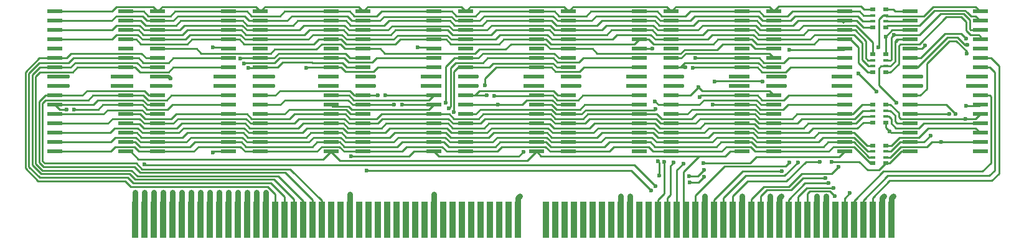
<source format=gtl>
G04 #@! TF.GenerationSoftware,KiCad,Pcbnew,(6.0.0)*
G04 #@! TF.CreationDate,2022-01-26T20:37:23-08:00*
G04 #@! TF.ProjectId,M919_cache,4d393139-5f63-4616-9368-652e6b696361,rev?*
G04 #@! TF.SameCoordinates,Original*
G04 #@! TF.FileFunction,Copper,L1,Top*
G04 #@! TF.FilePolarity,Positive*
%FSLAX46Y46*%
G04 Gerber Fmt 4.6, Leading zero omitted, Abs format (unit mm)*
G04 Created by KiCad (PCBNEW (6.0.0)) date 2022-01-26 20:37:23*
%MOMM*%
%LPD*%
G01*
G04 APERTURE LIST*
G04 #@! TA.AperFunction,ConnectorPad*
%ADD10R,0.914000X4.978000*%
G04 #@! TD*
G04 #@! TA.AperFunction,SMDPad,CuDef*
%ADD11R,0.800000X0.500000*%
G04 #@! TD*
G04 #@! TA.AperFunction,SMDPad,CuDef*
%ADD12R,0.800000X0.400000*%
G04 #@! TD*
G04 #@! TA.AperFunction,SMDPad,CuDef*
%ADD13R,2.159000X0.508000*%
G04 #@! TD*
G04 #@! TA.AperFunction,ViaPad*
%ADD14C,0.600000*%
G04 #@! TD*
G04 #@! TA.AperFunction,Conductor*
%ADD15C,0.750000*%
G04 #@! TD*
G04 #@! TA.AperFunction,Conductor*
%ADD16C,0.500000*%
G04 #@! TD*
G04 #@! TA.AperFunction,Conductor*
%ADD17C,0.250000*%
G04 #@! TD*
G04 APERTURE END LIST*
D10*
X129581000Y-123600000D03*
X130851000Y-123600000D03*
X132121000Y-123600000D03*
X133391000Y-123600000D03*
X134661000Y-123600000D03*
X135931000Y-123600000D03*
X137201000Y-123600000D03*
X138471000Y-123600000D03*
X139741000Y-123600000D03*
X141011000Y-123600000D03*
X142281000Y-123600000D03*
X143551000Y-123600000D03*
X144821000Y-123600000D03*
X146091000Y-123600000D03*
X147361000Y-123600000D03*
X148631000Y-123600000D03*
X149901000Y-123600000D03*
X151171000Y-123600000D03*
X152441000Y-123600000D03*
X153711000Y-123600000D03*
X154981000Y-123600000D03*
X156251000Y-123600000D03*
X157521000Y-123600000D03*
X158791000Y-123600000D03*
X160061000Y-123600000D03*
X161331000Y-123600000D03*
X162601000Y-123600000D03*
X163871000Y-123600000D03*
X165141000Y-123600000D03*
X166411000Y-123600000D03*
X167681000Y-123600000D03*
X168951000Y-123600000D03*
X170221000Y-123600000D03*
X171491000Y-123600000D03*
X172761000Y-123600000D03*
X174031000Y-123600000D03*
X175301000Y-123600000D03*
X176571000Y-123600000D03*
X177841000Y-123600000D03*
X179111000Y-123600000D03*
X180381000Y-123600000D03*
X181651000Y-123600000D03*
X185461000Y-123600000D03*
X186731000Y-123600000D03*
X188001000Y-123600000D03*
X189271000Y-123600000D03*
X190541000Y-123600000D03*
X191811000Y-123600000D03*
X193081000Y-123600000D03*
X194351000Y-123600000D03*
X195621000Y-123600000D03*
X196891000Y-123600000D03*
X198161000Y-123600000D03*
X199431000Y-123600000D03*
X200701000Y-123600000D03*
X201971000Y-123600000D03*
X203241000Y-123600000D03*
X204511000Y-123600000D03*
X205781000Y-123600000D03*
X207051000Y-123600000D03*
X208321000Y-123600000D03*
X209591000Y-123600000D03*
X210861000Y-123600000D03*
X212131000Y-123600000D03*
X213401000Y-123600000D03*
X214671000Y-123600000D03*
X215941000Y-123600000D03*
X217211000Y-123600000D03*
X218481000Y-123600000D03*
X219751000Y-123600000D03*
X221021000Y-123600000D03*
X222291000Y-123600000D03*
X223561000Y-123600000D03*
X224831000Y-123600000D03*
X226101000Y-123600000D03*
X227371000Y-123600000D03*
X228641000Y-123600000D03*
X229911000Y-123600000D03*
X231181000Y-123600000D03*
X232451000Y-123600000D03*
D11*
X231670000Y-110350000D03*
D12*
X231670000Y-109550000D03*
X231670000Y-108750000D03*
D11*
X231670000Y-107950000D03*
X229870000Y-107950000D03*
D12*
X229870000Y-108750000D03*
X229870000Y-109550000D03*
D11*
X229870000Y-110350000D03*
D13*
X118694200Y-95250000D03*
X118694200Y-96520000D03*
X118694200Y-97790000D03*
X118694200Y-99060000D03*
X118694200Y-100330000D03*
X118694200Y-101600000D03*
X118694200Y-102870000D03*
X118694200Y-104140000D03*
X118694200Y-105410000D03*
X118694200Y-106680000D03*
X118694200Y-107950000D03*
X118694200Y-109220000D03*
X118694200Y-110490000D03*
X118694200Y-111760000D03*
X118694200Y-113030000D03*
X118694200Y-114300000D03*
X128270000Y-114300000D03*
X128270000Y-113030000D03*
X128270000Y-111760000D03*
X128270000Y-110490000D03*
X128270000Y-109220000D03*
X128270000Y-107950000D03*
X128270000Y-106680000D03*
X128270000Y-105410000D03*
X128270000Y-104140000D03*
X128270000Y-102870000D03*
X128270000Y-101600000D03*
X128270000Y-100330000D03*
X128270000Y-99060000D03*
X128270000Y-97790000D03*
X128270000Y-96520000D03*
X128270000Y-95250000D03*
X132664200Y-95250000D03*
X132664200Y-96520000D03*
X132664200Y-97790000D03*
X132664200Y-99060000D03*
X132664200Y-100330000D03*
X132664200Y-101600000D03*
X132664200Y-102870000D03*
X132664200Y-104140000D03*
X132664200Y-105410000D03*
X132664200Y-106680000D03*
X132664200Y-107950000D03*
X132664200Y-109220000D03*
X132664200Y-110490000D03*
X132664200Y-111760000D03*
X132664200Y-113030000D03*
X132664200Y-114300000D03*
X142240000Y-114300000D03*
X142240000Y-113030000D03*
X142240000Y-111760000D03*
X142240000Y-110490000D03*
X142240000Y-109220000D03*
X142240000Y-107950000D03*
X142240000Y-106680000D03*
X142240000Y-105410000D03*
X142240000Y-104140000D03*
X142240000Y-102870000D03*
X142240000Y-101600000D03*
X142240000Y-100330000D03*
X142240000Y-99060000D03*
X142240000Y-97790000D03*
X142240000Y-96520000D03*
X142240000Y-95250000D03*
X146634200Y-95250000D03*
X146634200Y-96520000D03*
X146634200Y-97790000D03*
X146634200Y-99060000D03*
X146634200Y-100330000D03*
X146634200Y-101600000D03*
X146634200Y-102870000D03*
X146634200Y-104140000D03*
X146634200Y-105410000D03*
X146634200Y-106680000D03*
X146634200Y-107950000D03*
X146634200Y-109220000D03*
X146634200Y-110490000D03*
X146634200Y-111760000D03*
X146634200Y-113030000D03*
X146634200Y-114300000D03*
X156210000Y-114300000D03*
X156210000Y-113030000D03*
X156210000Y-111760000D03*
X156210000Y-110490000D03*
X156210000Y-109220000D03*
X156210000Y-107950000D03*
X156210000Y-106680000D03*
X156210000Y-105410000D03*
X156210000Y-104140000D03*
X156210000Y-102870000D03*
X156210000Y-101600000D03*
X156210000Y-100330000D03*
X156210000Y-99060000D03*
X156210000Y-97790000D03*
X156210000Y-96520000D03*
X156210000Y-95250000D03*
X160604200Y-95250000D03*
X160604200Y-96520000D03*
X160604200Y-97790000D03*
X160604200Y-99060000D03*
X160604200Y-100330000D03*
X160604200Y-101600000D03*
X160604200Y-102870000D03*
X160604200Y-104140000D03*
X160604200Y-105410000D03*
X160604200Y-106680000D03*
X160604200Y-107950000D03*
X160604200Y-109220000D03*
X160604200Y-110490000D03*
X160604200Y-111760000D03*
X160604200Y-113030000D03*
X160604200Y-114300000D03*
X170180000Y-114300000D03*
X170180000Y-113030000D03*
X170180000Y-111760000D03*
X170180000Y-110490000D03*
X170180000Y-109220000D03*
X170180000Y-107950000D03*
X170180000Y-106680000D03*
X170180000Y-105410000D03*
X170180000Y-104140000D03*
X170180000Y-102870000D03*
X170180000Y-101600000D03*
X170180000Y-100330000D03*
X170180000Y-99060000D03*
X170180000Y-97790000D03*
X170180000Y-96520000D03*
X170180000Y-95250000D03*
X174574200Y-95250000D03*
X174574200Y-96520000D03*
X174574200Y-97790000D03*
X174574200Y-99060000D03*
X174574200Y-100330000D03*
X174574200Y-101600000D03*
X174574200Y-102870000D03*
X174574200Y-104140000D03*
X174574200Y-105410000D03*
X174574200Y-106680000D03*
X174574200Y-107950000D03*
X174574200Y-109220000D03*
X174574200Y-110490000D03*
X174574200Y-111760000D03*
X174574200Y-113030000D03*
X174574200Y-114300000D03*
X184150000Y-114300000D03*
X184150000Y-113030000D03*
X184150000Y-111760000D03*
X184150000Y-110490000D03*
X184150000Y-109220000D03*
X184150000Y-107950000D03*
X184150000Y-106680000D03*
X184150000Y-105410000D03*
X184150000Y-104140000D03*
X184150000Y-102870000D03*
X184150000Y-101600000D03*
X184150000Y-100330000D03*
X184150000Y-99060000D03*
X184150000Y-97790000D03*
X184150000Y-96520000D03*
X184150000Y-95250000D03*
X202514200Y-95250000D03*
X202514200Y-96520000D03*
X202514200Y-97790000D03*
X202514200Y-99060000D03*
X202514200Y-100330000D03*
X202514200Y-101600000D03*
X202514200Y-102870000D03*
X202514200Y-104140000D03*
X202514200Y-105410000D03*
X202514200Y-106680000D03*
X202514200Y-107950000D03*
X202514200Y-109220000D03*
X202514200Y-110490000D03*
X202514200Y-111760000D03*
X202514200Y-113030000D03*
X202514200Y-114300000D03*
X212090000Y-114300000D03*
X212090000Y-113030000D03*
X212090000Y-111760000D03*
X212090000Y-110490000D03*
X212090000Y-109220000D03*
X212090000Y-107950000D03*
X212090000Y-106680000D03*
X212090000Y-105410000D03*
X212090000Y-104140000D03*
X212090000Y-102870000D03*
X212090000Y-101600000D03*
X212090000Y-100330000D03*
X212090000Y-99060000D03*
X212090000Y-97790000D03*
X212090000Y-96520000D03*
X212090000Y-95250000D03*
X216484200Y-95250000D03*
X216484200Y-96520000D03*
X216484200Y-97790000D03*
X216484200Y-99060000D03*
X216484200Y-100330000D03*
X216484200Y-101600000D03*
X216484200Y-102870000D03*
X216484200Y-104140000D03*
X216484200Y-105410000D03*
X216484200Y-106680000D03*
X216484200Y-107950000D03*
X216484200Y-109220000D03*
X216484200Y-110490000D03*
X216484200Y-111760000D03*
X216484200Y-113030000D03*
X216484200Y-114300000D03*
X226060000Y-114300000D03*
X226060000Y-113030000D03*
X226060000Y-111760000D03*
X226060000Y-110490000D03*
X226060000Y-109220000D03*
X226060000Y-107950000D03*
X226060000Y-106680000D03*
X226060000Y-105410000D03*
X226060000Y-104140000D03*
X226060000Y-102870000D03*
X226060000Y-101600000D03*
X226060000Y-100330000D03*
X226060000Y-99060000D03*
X226060000Y-97790000D03*
X226060000Y-96520000D03*
X226060000Y-95250000D03*
X234950000Y-95250000D03*
X234950000Y-96520000D03*
X234950000Y-97790000D03*
X234950000Y-99060000D03*
X234950000Y-100330000D03*
X234950000Y-101600000D03*
X234950000Y-102870000D03*
X234950000Y-104140000D03*
X234950000Y-105410000D03*
X234950000Y-106680000D03*
X234950000Y-107950000D03*
X234950000Y-109220000D03*
X234950000Y-110490000D03*
X234950000Y-111760000D03*
X234950000Y-113030000D03*
X234950000Y-114300000D03*
X244525800Y-114300000D03*
X244525800Y-113030000D03*
X244525800Y-111760000D03*
X244525800Y-110490000D03*
X244525800Y-109220000D03*
X244525800Y-107950000D03*
X244525800Y-106680000D03*
X244525800Y-105410000D03*
X244525800Y-104140000D03*
X244525800Y-102870000D03*
X244525800Y-101600000D03*
X244525800Y-100330000D03*
X244525800Y-99060000D03*
X244525800Y-97790000D03*
X244525800Y-96520000D03*
X244525800Y-95250000D03*
X188544200Y-95250000D03*
X188544200Y-96520000D03*
X188544200Y-97790000D03*
X188544200Y-99060000D03*
X188544200Y-100330000D03*
X188544200Y-101600000D03*
X188544200Y-102870000D03*
X188544200Y-104140000D03*
X188544200Y-105410000D03*
X188544200Y-106680000D03*
X188544200Y-107950000D03*
X188544200Y-109220000D03*
X188544200Y-110490000D03*
X188544200Y-111760000D03*
X188544200Y-113030000D03*
X188544200Y-114300000D03*
X198120000Y-114300000D03*
X198120000Y-113030000D03*
X198120000Y-111760000D03*
X198120000Y-110490000D03*
X198120000Y-109220000D03*
X198120000Y-107950000D03*
X198120000Y-106680000D03*
X198120000Y-105410000D03*
X198120000Y-104140000D03*
X198120000Y-102870000D03*
X198120000Y-101600000D03*
X198120000Y-100330000D03*
X198120000Y-99060000D03*
X198120000Y-97790000D03*
X198120000Y-96520000D03*
X198120000Y-95250000D03*
D11*
X231670000Y-103492000D03*
D12*
X231670000Y-102692000D03*
X231670000Y-101892000D03*
D11*
X231670000Y-101092000D03*
X229870000Y-101092000D03*
D12*
X229870000Y-101892000D03*
X229870000Y-102692000D03*
D11*
X229870000Y-103492000D03*
X231670000Y-115900000D03*
D12*
X231670000Y-115100000D03*
X231670000Y-114300000D03*
D11*
X231670000Y-113500000D03*
X229870000Y-113500000D03*
D12*
X229870000Y-114300000D03*
X229870000Y-115100000D03*
D11*
X229870000Y-115900000D03*
X231670000Y-97396000D03*
D12*
X231670000Y-96596000D03*
X231670000Y-95796000D03*
D11*
X231670000Y-94996000D03*
X229870000Y-94996000D03*
D12*
X229870000Y-95796000D03*
X229870000Y-96596000D03*
D11*
X229870000Y-97396000D03*
D14*
X142240000Y-119888000D03*
X144780000Y-119888000D03*
X182626000Y-104140000D03*
X168656000Y-104140000D03*
X231394000Y-120396000D03*
X207010000Y-120396000D03*
X132080000Y-119888000D03*
X222250000Y-120396000D03*
X236474000Y-105410000D03*
X237037880Y-99865180D03*
X126492000Y-104140000D03*
X139700000Y-119888000D03*
X244525807Y-100329993D03*
X189992000Y-105410000D03*
X129540000Y-119888000D03*
X162052000Y-105410000D03*
X176022000Y-105410000D03*
X217932000Y-105410000D03*
X210566000Y-104093991D03*
X148336000Y-105410000D03*
X134366000Y-105410000D03*
X196596000Y-104140000D03*
X215900000Y-120396000D03*
X143510000Y-119888000D03*
X133350000Y-119888000D03*
X170180000Y-120142000D03*
X195580000Y-120396000D03*
X140970000Y-119888000D03*
X130810000Y-119888000D03*
X120396000Y-105410000D03*
X242824000Y-104140000D03*
X203962000Y-105410000D03*
X224536000Y-104140000D03*
X140462000Y-104140000D03*
X154686000Y-104140000D03*
X217424000Y-120396000D03*
X138430000Y-119888000D03*
X147320000Y-119888000D03*
X146050000Y-119888000D03*
X182626014Y-105410000D03*
X176022000Y-104140000D03*
X217932000Y-104140000D03*
X203962000Y-104140000D03*
X148336000Y-104140000D03*
X196596000Y-105410000D03*
X126492000Y-105410000D03*
X196850000Y-120396000D03*
X168656000Y-105410000D03*
X223520000Y-120396000D03*
X162052000Y-104140000D03*
X236474000Y-104140000D03*
X158750000Y-120142000D03*
X242824000Y-105410000D03*
X137160000Y-119888000D03*
X244602000Y-114300000D03*
X135890000Y-119888000D03*
X134620000Y-119888000D03*
X120396000Y-104140000D03*
X134366000Y-104394000D03*
X154686000Y-105410000D03*
X232664000Y-120396000D03*
X181864000Y-120396000D03*
X210566000Y-105410000D03*
X224536000Y-105410000D03*
X189992000Y-104140000D03*
X212090000Y-120396000D03*
X140462000Y-105410000D03*
X242628420Y-98943160D03*
X242757960Y-99788980D03*
X242669060Y-100995480D03*
X241150140Y-109171740D03*
X240283998Y-109220000D03*
X230632000Y-100142040D03*
X231670000Y-97396000D03*
X232791000Y-98425000D03*
X231670000Y-103492000D03*
X230449120Y-106151680D03*
X227954840Y-103682800D03*
X242508879Y-109860241D03*
X244525800Y-110490000D03*
X244525800Y-111760000D03*
X214889080Y-104759760D03*
X208366360Y-104823260D03*
X128270000Y-100330000D03*
X202821540Y-115829080D03*
X212090000Y-100330000D03*
X184150000Y-100330000D03*
X156210000Y-100330000D03*
X146634200Y-100330000D03*
X202514200Y-100330000D03*
X174574200Y-100330000D03*
X204152500Y-115925600D03*
X118694200Y-100330000D03*
X132664200Y-109220000D03*
X130813810Y-116005610D03*
X200345040Y-118983760D03*
X161074100Y-116857780D03*
X199773540Y-119557798D03*
X160604200Y-109220000D03*
X202514200Y-109220000D03*
X200726542Y-115658576D03*
X200891140Y-117586590D03*
X208175860Y-107944920D03*
X200294240Y-107469940D03*
X206354682Y-106860340D03*
X206232760Y-105580180D03*
X205425040Y-102943660D03*
X204383640Y-102867460D03*
X205818740Y-101600000D03*
X202514200Y-101600000D03*
X184150000Y-107950000D03*
X178927760Y-107950000D03*
X178460400Y-106738420D03*
X177416460Y-106685080D03*
X177182780Y-105270300D03*
X172935900Y-108892340D03*
X172260324Y-108395999D03*
X171869100Y-107660442D03*
X165933120Y-107947460D03*
X164830760Y-107942380D03*
X163642040Y-106677460D03*
X162580320Y-106664760D03*
X152844500Y-102916009D03*
X145026380Y-102880160D03*
X144356875Y-102301500D03*
X143924020Y-101625570D03*
X121305320Y-108587540D03*
X120286780Y-108572300D03*
X226814380Y-119974360D03*
X242646200Y-108056680D03*
X224716340Y-120347740D03*
X234950000Y-95250000D03*
X234950000Y-96520000D03*
X224574100Y-119273320D03*
X223936614Y-118620626D03*
X231670000Y-98657000D03*
X223512380Y-117917130D03*
X233085640Y-107673140D03*
X234950000Y-110490000D03*
X225277680Y-116354860D03*
X222686880Y-115671600D03*
X232175050Y-111525050D03*
X237769400Y-112148620D03*
X219717620Y-115785900D03*
X224342960Y-115679220D03*
X217510360Y-116982240D03*
X239196880Y-113030000D03*
X218569540Y-115806220D03*
X204954006Y-117630622D03*
X140197840Y-100098860D03*
X218589860Y-100451920D03*
X206964280Y-116779040D03*
X199920860Y-100307140D03*
X168021000Y-100134420D03*
X206928720Y-117774720D03*
X205049120Y-118468142D03*
X216484200Y-100330000D03*
X140174980Y-114439700D03*
X158978600Y-114932460D03*
X206900780Y-115874800D03*
X182377080Y-114363500D03*
X198120000Y-114300000D03*
X200327260Y-108524040D03*
X201543921Y-115684300D03*
D15*
X129581000Y-119929000D02*
X129540000Y-119888000D01*
X142240000Y-123559000D02*
X142281000Y-123600000D01*
X141011000Y-119929000D02*
X140970000Y-119888000D01*
X130851000Y-123600000D02*
X130851000Y-119929000D01*
X170221000Y-123600000D02*
X170221000Y-120183000D01*
D16*
X168656000Y-104140000D02*
X170180000Y-104140000D01*
D15*
X195621000Y-123600000D02*
X195621000Y-120437000D01*
X132121000Y-119929000D02*
X132080000Y-119888000D01*
D16*
X212090000Y-104140000D02*
X210612009Y-104140000D01*
D15*
X144780000Y-119888000D02*
X144780000Y-123559000D01*
D16*
X236474000Y-105410000D02*
X234950000Y-105410000D01*
D15*
X195621000Y-120437000D02*
X195580000Y-120396000D01*
X132121000Y-123600000D02*
X132121000Y-119929000D01*
X139700000Y-119888000D02*
X139700000Y-123559000D01*
D16*
X217932000Y-105410000D02*
X216484200Y-105410000D01*
X203962000Y-105410000D02*
X202514200Y-105410000D01*
D15*
X207051000Y-120437000D02*
X207010000Y-120396000D01*
D17*
X244525800Y-100330000D02*
X244525807Y-100329993D01*
D15*
X215941000Y-120437000D02*
X215900000Y-120396000D01*
D16*
X148336000Y-105410000D02*
X146634200Y-105410000D01*
D15*
X207051000Y-123600000D02*
X207051000Y-120437000D01*
X144780000Y-123559000D02*
X144821000Y-123600000D01*
X141011000Y-123600000D02*
X141011000Y-119929000D01*
X139700000Y-123559000D02*
X139741000Y-123600000D01*
X133391000Y-119929000D02*
X133350000Y-119888000D01*
D17*
X236573060Y-100330000D02*
X237037880Y-99865180D01*
D15*
X143551000Y-119929000D02*
X143510000Y-119888000D01*
D16*
X210612009Y-104140000D02*
X210566000Y-104093991D01*
X126492000Y-104140000D02*
X128270000Y-104140000D01*
X196596000Y-104140000D02*
X198120000Y-104140000D01*
D15*
X133391000Y-123600000D02*
X133391000Y-119929000D01*
D16*
X176022000Y-105410000D02*
X174574200Y-105410000D01*
D15*
X222291000Y-120437000D02*
X222250000Y-120396000D01*
D16*
X189992000Y-105410000D02*
X188544200Y-105410000D01*
X162052000Y-105410000D02*
X160604200Y-105410000D01*
X242824000Y-104140000D02*
X244525800Y-104140000D01*
D15*
X231181000Y-120609000D02*
X231394000Y-120396000D01*
X222291000Y-123600000D02*
X222291000Y-120437000D01*
D16*
X120396000Y-105410000D02*
X118694200Y-105410000D01*
D15*
X170221000Y-120183000D02*
X170180000Y-120142000D01*
D16*
X140462000Y-104140000D02*
X142240000Y-104140000D01*
X134366000Y-105410000D02*
X132664200Y-105410000D01*
D17*
X234950000Y-100330000D02*
X236573060Y-100330000D01*
D15*
X143551000Y-123600000D02*
X143551000Y-119929000D01*
D16*
X182626000Y-104140000D02*
X184150000Y-104140000D01*
D15*
X130851000Y-119929000D02*
X130810000Y-119888000D01*
D16*
X224536000Y-104140000D02*
X226060000Y-104140000D01*
D15*
X142240000Y-119888000D02*
X142240000Y-123559000D01*
X215941000Y-123600000D02*
X215941000Y-120437000D01*
X129581000Y-123600000D02*
X129581000Y-119929000D01*
X231181000Y-123600000D02*
X231181000Y-120609000D01*
D16*
X154686000Y-104140000D02*
X156210000Y-104140000D01*
D15*
X223561000Y-120437000D02*
X223520000Y-120396000D01*
X135931000Y-123600000D02*
X135931000Y-119929000D01*
D16*
X134112000Y-104140000D02*
X132664200Y-104140000D01*
X196596000Y-105410000D02*
X198120000Y-105410000D01*
X203962000Y-104140000D02*
X202514200Y-104140000D01*
D15*
X181651000Y-120609000D02*
X181864000Y-120396000D01*
X212131000Y-123600000D02*
X212131000Y-120437000D01*
X196891000Y-120437000D02*
X196850000Y-120396000D01*
D17*
X244525800Y-114300000D02*
X244602000Y-114300000D01*
D16*
X176022000Y-104140000D02*
X174574200Y-104140000D01*
D15*
X147361000Y-119929000D02*
X147320000Y-119888000D01*
X181651000Y-123600000D02*
X181651000Y-120609000D01*
X138471000Y-123600000D02*
X138471000Y-119929000D01*
X223561000Y-123600000D02*
X223561000Y-120437000D01*
D16*
X189992000Y-104140000D02*
X188544200Y-104140000D01*
D15*
X134661000Y-123600000D02*
X134661000Y-119929000D01*
D16*
X126492000Y-105410000D02*
X128270000Y-105410000D01*
D15*
X217211000Y-123600000D02*
X217211000Y-120609000D01*
D16*
X148336000Y-104140000D02*
X146634200Y-104140000D01*
X236474000Y-104140000D02*
X234950000Y-104140000D01*
X120396000Y-104140000D02*
X118694200Y-104140000D01*
X210566000Y-105410000D02*
X212090000Y-105410000D01*
D15*
X146091000Y-123600000D02*
X146091000Y-119929000D01*
X158791000Y-123600000D02*
X158791000Y-120183000D01*
D16*
X184150000Y-105410000D02*
X182626014Y-105410000D01*
D15*
X217211000Y-120609000D02*
X217424000Y-120396000D01*
X138471000Y-119929000D02*
X138430000Y-119888000D01*
X158791000Y-120183000D02*
X158750000Y-120142000D01*
D16*
X162052000Y-104140000D02*
X160604200Y-104140000D01*
X168656000Y-105410000D02*
X170180000Y-105410000D01*
D15*
X135931000Y-119929000D02*
X135890000Y-119888000D01*
D16*
X224536000Y-105410000D02*
X226060000Y-105410000D01*
D15*
X134661000Y-119929000D02*
X134620000Y-119888000D01*
X146091000Y-119929000D02*
X146050000Y-119888000D01*
X232451000Y-120609000D02*
X232664000Y-120396000D01*
D16*
X154686000Y-105410000D02*
X156210000Y-105410000D01*
D15*
X232451000Y-123600000D02*
X232451000Y-120609000D01*
X212131000Y-120437000D02*
X212090000Y-120396000D01*
D16*
X242824000Y-105410000D02*
X244525800Y-105410000D01*
D15*
X147361000Y-123600000D02*
X147361000Y-119929000D01*
X137201000Y-119929000D02*
X137160000Y-119888000D01*
D16*
X134366000Y-104394000D02*
X134112000Y-104140000D01*
X217932000Y-104140000D02*
X216484200Y-104140000D01*
X140462000Y-105410000D02*
X142240000Y-105410000D01*
D15*
X137201000Y-123600000D02*
X137201000Y-119929000D01*
X196891000Y-123600000D02*
X196891000Y-120437000D01*
D17*
X241955320Y-98270060D02*
X239740440Y-98270060D01*
X239740440Y-98270060D02*
X236410500Y-101600000D01*
X236410500Y-101600000D02*
X234950000Y-101600000D01*
X242628420Y-98943160D02*
X241955320Y-98270060D01*
X242757960Y-99788980D02*
X242443000Y-99788980D01*
X240096040Y-98785680D02*
X236011720Y-102870000D01*
X236011720Y-102870000D02*
X234950000Y-102870000D01*
X242443000Y-99788980D02*
X241439700Y-98785680D01*
X241439700Y-98785680D02*
X240096040Y-98785680D01*
X240365280Y-99250500D02*
X241251740Y-99250500D01*
X234950000Y-106680000D02*
X236369860Y-106680000D01*
X236369860Y-106680000D02*
X237269020Y-105780840D01*
X241251740Y-99250500D02*
X242669060Y-100667820D01*
X237269020Y-102346760D02*
X240365280Y-99250500D01*
X242669060Y-100667820D02*
X242669060Y-100995480D01*
X237269020Y-105780840D02*
X237269020Y-102346760D01*
X234950000Y-107950000D02*
X239928400Y-107950000D01*
X239928400Y-107950000D02*
X241150140Y-109171740D01*
X234950000Y-109220000D02*
X240283998Y-109220000D01*
X238161690Y-94599760D02*
X243875560Y-94599760D01*
X230746300Y-100027740D02*
X230746300Y-96334698D01*
X231670000Y-95796000D02*
X231749001Y-95875001D01*
X236886449Y-95875001D02*
X238161690Y-94599760D01*
X231749001Y-95875001D02*
X236886449Y-95875001D01*
X243875560Y-94599760D02*
X244525800Y-95250000D01*
X230632000Y-100142040D02*
X230746300Y-100027740D01*
X231284998Y-95796000D02*
X231670000Y-95796000D01*
X230746300Y-96334698D02*
X231284998Y-95796000D01*
X238307879Y-95089981D02*
X242443001Y-95089981D01*
X231670000Y-97396000D02*
X231911000Y-97155000D01*
X236242860Y-97155000D02*
X238307879Y-95089981D01*
X242769858Y-95412560D02*
X243247378Y-95890080D01*
X243895880Y-95890080D02*
X244525800Y-96520000D01*
X231911000Y-97155000D02*
X236242860Y-97155000D01*
X243247378Y-95890080D02*
X243895880Y-95890080D01*
X242443001Y-95089981D02*
X242765580Y-95412560D01*
X242765580Y-95412560D02*
X242769858Y-95412560D01*
X242256601Y-95539991D02*
X242579179Y-95862569D01*
X244525800Y-97790000D02*
X243196300Y-97790000D01*
X231670000Y-101892000D02*
X232320000Y-101892000D01*
X236233502Y-98425000D02*
X239118511Y-95539991D01*
X232410000Y-98806000D02*
X232791000Y-98425000D01*
X232410000Y-101802000D02*
X232410000Y-98806000D01*
X242579179Y-95862569D02*
X242583457Y-95862569D01*
X232791000Y-98425000D02*
X236233502Y-98425000D01*
X243086051Y-97679751D02*
X243086051Y-96369441D01*
X232320000Y-101892000D02*
X232410000Y-101802000D01*
X239118511Y-95539991D02*
X242256601Y-95539991D01*
X243196300Y-97790000D02*
X243086051Y-97679751D01*
X243086051Y-96369441D02*
X242579179Y-95862569D01*
X239931742Y-95996760D02*
X236233502Y-99695000D01*
X230423720Y-106151680D02*
X230449120Y-106151680D01*
X232320000Y-103492000D02*
X231670000Y-103492000D01*
X241965480Y-95996760D02*
X239931742Y-95996760D01*
X233666498Y-99695000D02*
X233426000Y-99935498D01*
X236233502Y-99695000D02*
X233666498Y-99695000D01*
X243194840Y-98427540D02*
X242636040Y-97868740D01*
X244525800Y-98643440D02*
X244309900Y-98427540D01*
X242636040Y-96667320D02*
X241965480Y-95996760D01*
X242636040Y-97868740D02*
X242636040Y-96667320D01*
X244525800Y-99060000D02*
X244525800Y-98643440D01*
X233426000Y-99935498D02*
X233426000Y-102386000D01*
X244512298Y-99073502D02*
X244525800Y-99060000D01*
X233426000Y-102386000D02*
X232320000Y-103492000D01*
X244309900Y-98427540D02*
X243194840Y-98427540D01*
X227954840Y-103682800D02*
X230423720Y-106151680D01*
X233426000Y-109056000D02*
X233426000Y-109601000D01*
X242508879Y-109860241D02*
X243885559Y-109860241D01*
X233426000Y-109601000D02*
X233685241Y-109860241D01*
X232320000Y-107950000D02*
X233426000Y-109056000D01*
X231670000Y-107950000D02*
X232320000Y-107950000D01*
X243885559Y-109860241D02*
X244525800Y-109220000D01*
X233685241Y-109860241D02*
X242508879Y-109860241D01*
X232105002Y-109550000D02*
X232410000Y-109854998D01*
X233042460Y-111122460D02*
X236204760Y-111122460D01*
X236837220Y-110490000D02*
X244525800Y-110490000D01*
X231670000Y-109550000D02*
X232105002Y-109550000D01*
X232410000Y-109854998D02*
X232410000Y-110490000D01*
X236204760Y-111122460D02*
X236837220Y-110490000D01*
X232410000Y-110490000D02*
X233042460Y-111122460D01*
X237456980Y-111119920D02*
X243885720Y-111119920D01*
X231670000Y-113500000D02*
X232435300Y-113500000D01*
X233540300Y-112395000D02*
X236181900Y-112395000D01*
X232435300Y-113500000D02*
X233540300Y-112395000D01*
X243885720Y-111119920D02*
X244525800Y-111760000D01*
X236181900Y-112395000D02*
X237456980Y-111119920D01*
X202384660Y-116265960D02*
X202821540Y-115829080D01*
X201971000Y-120636940D02*
X202384660Y-120223280D01*
X208366360Y-104823260D02*
X208470619Y-104719001D01*
X208470619Y-104719001D02*
X214848321Y-104719001D01*
X202384660Y-120223280D02*
X202384660Y-116265960D01*
X214848321Y-104719001D02*
X214889080Y-104759760D01*
X201971000Y-123600000D02*
X201971000Y-120636940D01*
X203241000Y-116837100D02*
X204152500Y-115925600D01*
X203241000Y-123600000D02*
X203241000Y-116837100D01*
X204205840Y-123294840D02*
X204511000Y-123600000D01*
X156210000Y-114300000D02*
X156210000Y-114325400D01*
X128983740Y-114300000D02*
X130040380Y-115356640D01*
X128270000Y-114300000D02*
X128983740Y-114300000D01*
X156210000Y-114325400D02*
X157446980Y-115562380D01*
X209885280Y-114955320D02*
X206326740Y-114955320D01*
X204205840Y-117076220D02*
X204205840Y-123294840D01*
X157446980Y-115562380D02*
X182887620Y-115562380D01*
X130040380Y-115356640D02*
X155158440Y-115356640D01*
X155158440Y-115356640D02*
X156210000Y-114305080D01*
X156210000Y-114305080D02*
X156210000Y-114300000D01*
X206326740Y-114955320D02*
X204205840Y-117076220D01*
X212090000Y-114300000D02*
X210540600Y-114300000D01*
X184787379Y-114937379D02*
X206308799Y-114937379D01*
X206308799Y-114937379D02*
X206326740Y-114955320D01*
X210540600Y-114300000D02*
X209885280Y-114955320D01*
X182887620Y-115562380D02*
X184150000Y-114300000D01*
X184150000Y-114300000D02*
X184787379Y-114937379D01*
X118694200Y-109220000D02*
X125239780Y-109220000D01*
X130954780Y-116146580D02*
X197507860Y-116146580D01*
X125239780Y-109220000D02*
X125818781Y-108640999D01*
X130487539Y-108640999D02*
X131066540Y-109220000D01*
X131066540Y-109220000D02*
X132664200Y-109220000D01*
X130813810Y-116005610D02*
X130954780Y-116146580D01*
X125818781Y-108640999D02*
X130487539Y-108640999D01*
X197507860Y-116146580D02*
X200345040Y-118983760D01*
X161074100Y-116857780D02*
X197073522Y-116857780D01*
X158242000Y-108585000D02*
X158877000Y-109220000D01*
X197073522Y-116857780D02*
X199773540Y-119557798D01*
X158877000Y-109220000D02*
X160604200Y-109220000D01*
X149900640Y-109220000D02*
X150535640Y-108585000D01*
X146634200Y-109220000D02*
X149900640Y-109220000D01*
X150535640Y-108585000D02*
X158242000Y-108585000D01*
X214566500Y-109220000D02*
X213923880Y-108577380D01*
X213923880Y-108577380D02*
X205341220Y-108577380D01*
X200891140Y-117586590D02*
X200891140Y-115823174D01*
X205341220Y-108577380D02*
X204698600Y-109220000D01*
X216484200Y-109220000D02*
X214566500Y-109220000D01*
X204698600Y-109220000D02*
X202514200Y-109220000D01*
X200891140Y-115823174D02*
X200726542Y-115658576D01*
X217746580Y-108579920D02*
X218376500Y-107950000D01*
X218376500Y-107950000D02*
X226060000Y-107950000D01*
X212084920Y-107944920D02*
X212090000Y-107950000D01*
X208175860Y-107944920D02*
X212084920Y-107944920D01*
X212090000Y-107950000D02*
X213995000Y-107950000D01*
X213995000Y-107950000D02*
X214624920Y-108579920D01*
X214624920Y-108579920D02*
X217746580Y-108579920D01*
X200774300Y-107950000D02*
X200294240Y-107469940D01*
X206298800Y-107950000D02*
X202514200Y-107950000D01*
X214757000Y-107950000D02*
X214116920Y-107309920D01*
X206938880Y-107309920D02*
X206298800Y-107950000D01*
X202514200Y-107950000D02*
X200774300Y-107950000D01*
X216484200Y-107950000D02*
X214757000Y-107950000D01*
X214116920Y-107309920D02*
X206938880Y-107309920D01*
X217815160Y-107304840D02*
X218440000Y-106680000D01*
X212090000Y-106680000D02*
X206535022Y-106680000D01*
X212090000Y-106680000D02*
X214249000Y-106680000D01*
X218440000Y-106680000D02*
X226060000Y-106680000D01*
X214249000Y-106680000D02*
X214873840Y-107304840D01*
X214873840Y-107304840D02*
X217815160Y-107304840D01*
X206535022Y-106680000D02*
X206354682Y-106860340D01*
X215841859Y-106037659D02*
X206690239Y-106037659D01*
X202514200Y-106680000D02*
X205132940Y-106680000D01*
X205132940Y-106680000D02*
X206232760Y-105580180D01*
X206690239Y-106037659D02*
X206232760Y-105580180D01*
X216484200Y-106680000D02*
X215841859Y-106037659D01*
X212090000Y-102870000D02*
X214249000Y-102870000D01*
X214863680Y-103484680D02*
X218079320Y-103484680D01*
X218694000Y-102870000D02*
X226060000Y-102870000D01*
X205498700Y-102870000D02*
X205425040Y-102943660D01*
X218079320Y-103484680D02*
X218694000Y-102870000D01*
X212090000Y-102870000D02*
X205498700Y-102870000D01*
X214249000Y-102870000D02*
X214863680Y-103484680D01*
X202514200Y-102870000D02*
X204381100Y-102870000D01*
X204348080Y-102229920D02*
X214370920Y-102229920D01*
X203708000Y-102870000D02*
X204348080Y-102229920D01*
X214370920Y-102229920D02*
X215011000Y-102870000D01*
X215011000Y-102870000D02*
X216484200Y-102870000D01*
X202514200Y-102870000D02*
X203708000Y-102870000D01*
X204381100Y-102870000D02*
X204383640Y-102867460D01*
X212090000Y-101600000D02*
X214503000Y-101600000D01*
X212090000Y-101600000D02*
X205818740Y-101600000D01*
X218440000Y-101600000D02*
X226060000Y-101600000D01*
X217810080Y-102229920D02*
X218440000Y-101600000D01*
X214503000Y-101600000D02*
X215132920Y-102229920D01*
X215132920Y-102229920D02*
X217810080Y-102229920D01*
X204488699Y-100955001D02*
X215839201Y-100955001D01*
X215839201Y-100955001D02*
X216484200Y-101600000D01*
X202514200Y-101600000D02*
X203843700Y-101600000D01*
X203843700Y-101600000D02*
X204488699Y-100955001D01*
X184150000Y-107950000D02*
X186245500Y-107950000D01*
X190080900Y-108585000D02*
X190715900Y-107950000D01*
X190715900Y-107950000D02*
X198120000Y-107950000D01*
X186245500Y-107950000D02*
X186880500Y-108585000D01*
X186880500Y-108585000D02*
X190080900Y-108585000D01*
X182866498Y-107315000D02*
X186309000Y-107315000D01*
X186944000Y-107950000D02*
X188544200Y-107950000D01*
X182231498Y-107950000D02*
X182866498Y-107315000D01*
X174574200Y-107950000D02*
X182231498Y-107950000D01*
X186309000Y-107315000D02*
X186944000Y-107950000D01*
X178460400Y-106738420D02*
X184091580Y-106738420D01*
X189827702Y-107315000D02*
X190462702Y-106680000D01*
X190462702Y-106680000D02*
X198120000Y-106680000D01*
X186372500Y-106680000D02*
X187007500Y-107315000D01*
X187007500Y-107315000D02*
X189827702Y-107315000D01*
X184091580Y-106738420D02*
X184150000Y-106680000D01*
X184150000Y-106680000D02*
X186372500Y-106680000D01*
X174579280Y-106685080D02*
X174574200Y-106680000D01*
X174574200Y-106680000D02*
X175768000Y-106680000D01*
X187071000Y-106680000D02*
X188544200Y-106680000D01*
X176403000Y-106045000D02*
X186436000Y-106045000D01*
X175768000Y-106680000D02*
X176403000Y-106045000D01*
X177416460Y-106685080D02*
X174579280Y-106685080D01*
X186436000Y-106045000D02*
X187071000Y-106680000D01*
X177182780Y-104340660D02*
X177182780Y-105270300D01*
X184150000Y-102870000D02*
X178653440Y-102870000D01*
X184150000Y-102870000D02*
X186182000Y-102870000D01*
X190627000Y-102870000D02*
X198120000Y-102870000D01*
X178653440Y-102870000D02*
X177182780Y-104340660D01*
X190047999Y-103449001D02*
X190627000Y-102870000D01*
X186182000Y-102870000D02*
X186761001Y-103449001D01*
X186761001Y-103449001D02*
X190047999Y-103449001D01*
X186364999Y-102290999D02*
X186944000Y-102870000D01*
X174574200Y-102870000D02*
X173492160Y-102870000D01*
X178292641Y-102290999D02*
X186364999Y-102290999D01*
X186944000Y-102870000D02*
X188544200Y-102870000D01*
X172966972Y-108861268D02*
X172935900Y-108892340D01*
X174574200Y-102870000D02*
X177713640Y-102870000D01*
X172966972Y-103395188D02*
X172966972Y-108861268D01*
X173492160Y-102870000D02*
X172966972Y-103395188D01*
X177713640Y-102870000D02*
X178292641Y-102290999D01*
X184150000Y-101600000D02*
X186436000Y-101600000D01*
X186436000Y-101600000D02*
X187015001Y-102179001D01*
X187015001Y-102179001D02*
X189920999Y-102179001D01*
X190500000Y-101600000D02*
X198120000Y-101600000D01*
X189920999Y-102179001D02*
X190500000Y-101600000D01*
X176895760Y-102240080D02*
X173182280Y-102240080D01*
X172516961Y-102905399D02*
X172516961Y-108139362D01*
X173182280Y-102240080D02*
X172516961Y-102905399D01*
X172516961Y-108139362D02*
X172260324Y-108395999D01*
X184150000Y-101600000D02*
X177535840Y-101600000D01*
X177535840Y-101600000D02*
X176895760Y-102240080D01*
X176893220Y-100959920D02*
X186557920Y-100959920D01*
X176253140Y-101600000D02*
X176893220Y-100959920D01*
X186557920Y-100959920D02*
X187198000Y-101600000D01*
X174574200Y-101600000D02*
X173045120Y-101600000D01*
X187198000Y-101600000D02*
X188544200Y-101600000D01*
X171869100Y-102776020D02*
X171869100Y-107660442D01*
X174574200Y-101600000D02*
X176253140Y-101600000D01*
X173045120Y-101600000D02*
X171869100Y-102776020D01*
X156394989Y-108134989D02*
X158617489Y-108134989D01*
X165933120Y-107947460D02*
X170177460Y-107947460D01*
X158617489Y-108134989D02*
X159067500Y-108585000D01*
X170177460Y-107947460D02*
X170180000Y-107950000D01*
X156210000Y-107950000D02*
X156394989Y-108134989D01*
X169545000Y-108585000D02*
X170180000Y-107950000D01*
X159067500Y-108585000D02*
X169545000Y-108585000D01*
X158559500Y-107315000D02*
X149948900Y-107315000D01*
X164830760Y-107942380D02*
X160611820Y-107942380D01*
X160611820Y-107942380D02*
X160604200Y-107950000D01*
X149313900Y-107950000D02*
X146634200Y-107950000D01*
X160604200Y-107950000D02*
X159194500Y-107950000D01*
X159194500Y-107950000D02*
X158559500Y-107315000D01*
X149948900Y-107315000D02*
X149313900Y-107950000D01*
X170177460Y-106677460D02*
X170180000Y-106680000D01*
X169545000Y-107315000D02*
X170180000Y-106680000D01*
X159321500Y-107315000D02*
X169545000Y-107315000D01*
X158686500Y-106680000D02*
X159321500Y-107315000D01*
X163642040Y-106677460D02*
X170177460Y-106677460D01*
X156210000Y-106680000D02*
X158686500Y-106680000D01*
X160619440Y-106664760D02*
X160604200Y-106680000D01*
X158755080Y-106045000D02*
X159390080Y-106680000D01*
X162580320Y-106664760D02*
X160619440Y-106664760D01*
X146634200Y-106680000D02*
X148648420Y-106680000D01*
X149283420Y-106045000D02*
X158755080Y-106045000D01*
X159390080Y-106680000D02*
X160604200Y-106680000D01*
X148648420Y-106680000D02*
X149283420Y-106045000D01*
X162560000Y-102870000D02*
X170180000Y-102870000D01*
X157589220Y-102870000D02*
X158168221Y-103449001D01*
X156210000Y-102870000D02*
X152890509Y-102870000D01*
X161980999Y-103449001D02*
X162560000Y-102870000D01*
X152890509Y-102870000D02*
X152844500Y-102916009D01*
X156210000Y-102870000D02*
X157589220Y-102870000D01*
X158168221Y-103449001D02*
X161980999Y-103449001D01*
X145026380Y-102880160D02*
X146624040Y-102880160D01*
X146634200Y-102870000D02*
X148940520Y-102870000D01*
X146624040Y-102880160D02*
X146634200Y-102870000D01*
X149684740Y-102125780D02*
X153601182Y-102125780D01*
X153700242Y-102224840D02*
X157744160Y-102224840D01*
X158389320Y-102870000D02*
X160604200Y-102870000D01*
X157744160Y-102224840D02*
X158389320Y-102870000D01*
X148940520Y-102870000D02*
X149684740Y-102125780D01*
X153601182Y-102125780D02*
X153700242Y-102224840D01*
X156210000Y-101600000D02*
X158000700Y-101600000D01*
X149187329Y-101599571D02*
X148551906Y-102234994D01*
X156209571Y-101599571D02*
X149187329Y-101599571D01*
X158579701Y-102179001D02*
X161853999Y-102179001D01*
X148551906Y-102234994D02*
X144423381Y-102234994D01*
X158000700Y-101600000D02*
X158579701Y-102179001D01*
X156210000Y-101600000D02*
X156209571Y-101599571D01*
X161853999Y-102179001D02*
X162433000Y-101600000D01*
X162433000Y-101600000D02*
X170180000Y-101600000D01*
X144423381Y-102234994D02*
X144356875Y-102301500D01*
X149098000Y-100965000D02*
X158181040Y-100965000D01*
X158816040Y-101600000D02*
X160604200Y-101600000D01*
X158181040Y-100965000D02*
X158816040Y-101600000D01*
X146634200Y-101600000D02*
X143949590Y-101600000D01*
X143949590Y-101600000D02*
X143924020Y-101625570D01*
X148463000Y-101600000D02*
X149098000Y-100965000D01*
X146634200Y-101600000D02*
X148463000Y-101600000D01*
X124571760Y-108587540D02*
X125209300Y-107950000D01*
X131191000Y-108585000D02*
X130556000Y-107950000D01*
X125209300Y-107950000D02*
X128270000Y-107950000D01*
X121305320Y-108587540D02*
X124571760Y-108587540D01*
X130556000Y-107950000D02*
X130048000Y-107950000D01*
X133985000Y-108585000D02*
X131191000Y-108585000D01*
X142240000Y-107950000D02*
X134620000Y-107950000D01*
X130048000Y-107950000D02*
X128270000Y-107950000D01*
X134620000Y-107950000D02*
X133985000Y-108585000D01*
X130619500Y-107315000D02*
X131254500Y-107950000D01*
X123891040Y-107950000D02*
X124526040Y-107315000D01*
X118694200Y-107950000D02*
X123891040Y-107950000D01*
X124526040Y-107315000D02*
X130619500Y-107315000D01*
X131254500Y-107950000D02*
X132664200Y-107950000D01*
X119316500Y-108572300D02*
X118694200Y-107950000D01*
X120286780Y-108572300D02*
X119316500Y-108572300D01*
X129760980Y-115902740D02*
X130540760Y-116682520D01*
X117304820Y-115902740D02*
X129760980Y-115902740D01*
X117423398Y-107302300D02*
X116987320Y-107738378D01*
X154981000Y-120960240D02*
X154981000Y-123600000D01*
X130683000Y-106680000D02*
X131318000Y-107315000D01*
X128270000Y-106680000D02*
X130683000Y-106680000D01*
X133858000Y-107315000D02*
X134493000Y-106680000D01*
X116987320Y-115585240D02*
X117304820Y-115902740D01*
X116987320Y-107738378D02*
X116987320Y-115585240D01*
X130540760Y-116682520D02*
X150703280Y-116682520D01*
X123863100Y-106680000D02*
X123240800Y-107302300D01*
X131318000Y-107315000D02*
X133858000Y-107315000D01*
X150703280Y-116682520D02*
X154981000Y-120960240D01*
X123240800Y-107302300D02*
X117423398Y-107302300D01*
X128270000Y-106680000D02*
X123863100Y-106680000D01*
X134493000Y-106680000D02*
X142240000Y-106680000D01*
X153711000Y-120861000D02*
X149987180Y-117137180D01*
X129461691Y-116352751D02*
X117118420Y-116352751D01*
X118694200Y-106680000D02*
X122397520Y-106680000D01*
X117118420Y-116352751D02*
X116537309Y-115771640D01*
X149987180Y-117137180D02*
X130246120Y-117137180D01*
X131445000Y-106680000D02*
X132664200Y-106680000D01*
X153711000Y-123600000D02*
X153711000Y-120861000D01*
X130810000Y-106045000D02*
X131445000Y-106680000D01*
X117364700Y-106680000D02*
X118694200Y-106680000D01*
X130246120Y-117137180D02*
X129461691Y-116352751D01*
X122397520Y-106680000D02*
X123032520Y-106045000D01*
X123032520Y-106045000D02*
X130810000Y-106045000D01*
X116537309Y-107507391D02*
X117364700Y-106680000D01*
X116537309Y-115771640D02*
X116537309Y-107507391D01*
X116634260Y-103502460D02*
X121089420Y-103502460D01*
X149047200Y-117647720D02*
X129896870Y-117647720D01*
X129603500Y-102870000D02*
X130238500Y-103505000D01*
X129896870Y-117647720D02*
X129101421Y-116852271D01*
X128270000Y-102870000D02*
X129603500Y-102870000D01*
X152441000Y-121483480D02*
X152441000Y-123600000D01*
X129101421Y-116852271D02*
X116961491Y-116852271D01*
X152441000Y-123600000D02*
X152441000Y-121041520D01*
X116042440Y-104094280D02*
X116634260Y-103502460D01*
X152441000Y-121041520D02*
X149047200Y-117647720D01*
X134747000Y-102870000D02*
X142240000Y-102870000D01*
X116961491Y-116852271D02*
X116042440Y-115933220D01*
X134112000Y-103505000D02*
X134747000Y-102870000D01*
X116042440Y-115933220D02*
X116042440Y-104094280D01*
X130238500Y-103505000D02*
X134112000Y-103505000D01*
X121721880Y-102870000D02*
X128270000Y-102870000D01*
X121089420Y-103502460D02*
X121721880Y-102870000D01*
X129555240Y-118099840D02*
X128790700Y-117335300D01*
X115585240Y-103883460D02*
X116598700Y-102870000D01*
X116781580Y-117335300D02*
X115585240Y-116138960D01*
X120792240Y-102870000D02*
X121427240Y-102235000D01*
X148473160Y-118099840D02*
X129555240Y-118099840D01*
X115585240Y-116138960D02*
X115585240Y-103883460D01*
X151171000Y-120797680D02*
X148473160Y-118099840D01*
X118694200Y-102870000D02*
X120792240Y-102870000D01*
X128790700Y-117335300D02*
X116781580Y-117335300D01*
X151171000Y-123600000D02*
X151171000Y-120797680D01*
X130492500Y-102870000D02*
X132664200Y-102870000D01*
X151171000Y-123600000D02*
X151171000Y-121143120D01*
X121427240Y-102235000D02*
X129857500Y-102235000D01*
X116598700Y-102870000D02*
X118694200Y-102870000D01*
X129857500Y-102235000D02*
X130492500Y-102870000D01*
X121168160Y-101600000D02*
X128270000Y-101600000D01*
X130714750Y-102235000D02*
X134112000Y-102235000D01*
X128549400Y-117830600D02*
X116588540Y-117830600D01*
X116554390Y-102224840D02*
X120543320Y-102224840D01*
X130079750Y-101600000D02*
X130714750Y-102235000D01*
X149901000Y-120414140D02*
X148069300Y-118582440D01*
X116588540Y-117830600D02*
X115100021Y-116342081D01*
X148069300Y-118582440D02*
X129301240Y-118582440D01*
X120543320Y-102224840D02*
X121168160Y-101600000D01*
X128270000Y-101600000D02*
X130079750Y-101600000D01*
X115100021Y-116342081D02*
X115100021Y-103679209D01*
X115100021Y-103679209D02*
X116554390Y-102224840D01*
X149901000Y-123600000D02*
X149901000Y-120414140D01*
X134112000Y-102235000D02*
X134747000Y-101600000D01*
X129301240Y-118582440D02*
X128549400Y-117830600D01*
X134747000Y-101600000D02*
X142240000Y-101600000D01*
X128247140Y-118328440D02*
X116410740Y-118328440D01*
X120233440Y-101600000D02*
X120868440Y-100965000D01*
X130429000Y-100965000D02*
X131064000Y-101600000D01*
X116410740Y-118328440D02*
X114650010Y-116567710D01*
X114650010Y-103492809D02*
X116542820Y-101600000D01*
X114650010Y-116567710D02*
X114650010Y-103492809D01*
X131064000Y-101600000D02*
X132664200Y-101600000D01*
X148631000Y-120101720D02*
X147619720Y-119090440D01*
X148631000Y-123600000D02*
X148631000Y-120101720D01*
X129009140Y-119090440D02*
X128247140Y-118328440D01*
X120868440Y-100965000D02*
X130429000Y-100965000D01*
X116542820Y-101600000D02*
X118694200Y-101600000D01*
X147619720Y-119090440D02*
X129009140Y-119090440D01*
X118694200Y-101600000D02*
X120233440Y-101600000D01*
X247073420Y-117289580D02*
X247073420Y-102707440D01*
X229911000Y-123600000D02*
X229911000Y-120581060D01*
X229911000Y-120581060D02*
X232237280Y-118254780D01*
X247073420Y-102707440D02*
X245965980Y-101600000D01*
X245965980Y-101600000D02*
X244525800Y-101600000D01*
X246108220Y-118254780D02*
X247073420Y-117289580D01*
X232237280Y-118254780D02*
X246108220Y-118254780D01*
X228641000Y-120939200D02*
X231978200Y-117602000D01*
X246473980Y-103488680D02*
X245855300Y-102870000D01*
X231978200Y-117602000D02*
X245765320Y-117602000D01*
X245855300Y-102870000D02*
X244525800Y-102870000D01*
X228641000Y-123600000D02*
X228641000Y-120939200D01*
X245765320Y-117602000D02*
X246473980Y-116893340D01*
X246473980Y-116893340D02*
X246473980Y-103488680D01*
X245986300Y-115834160D02*
X245986300Y-106811000D01*
X245986300Y-106811000D02*
X245855300Y-106680000D01*
X227371000Y-121010320D02*
X231376310Y-117005010D01*
X231376310Y-117005010D02*
X244815450Y-117005010D01*
X244815450Y-117005010D02*
X245986300Y-115834160D01*
X245855300Y-106680000D02*
X244525800Y-106680000D01*
X227371000Y-123600000D02*
X227371000Y-121010320D01*
X244490240Y-107914440D02*
X244525800Y-107950000D01*
X242646200Y-108056680D02*
X244419120Y-108056680D01*
X244419120Y-108056680D02*
X244525800Y-107950000D01*
X226101000Y-120687740D02*
X226814380Y-119974360D01*
X226101000Y-123600000D02*
X226101000Y-120687740D01*
X221021000Y-123600000D02*
X221021000Y-120060360D01*
X232664000Y-94996000D02*
X232918000Y-95250000D01*
X231670000Y-94996000D02*
X232664000Y-94996000D01*
X232918000Y-95250000D02*
X234950000Y-95250000D01*
X221021000Y-120060360D02*
X221385722Y-119695638D01*
X221385722Y-119695638D02*
X224064238Y-119695638D01*
X224064238Y-119695638D02*
X224716340Y-120347740D01*
X234939840Y-95239840D02*
X234950000Y-95250000D01*
X234874000Y-96596000D02*
X234950000Y-96520000D01*
X219751000Y-123600000D02*
X219751000Y-120428660D01*
X220934033Y-119245627D02*
X224546407Y-119245627D01*
X219751000Y-120428660D02*
X220934033Y-119245627D01*
X231670000Y-96596000D02*
X234874000Y-96596000D01*
X224546407Y-119245627D02*
X224574100Y-119273320D01*
X218481000Y-123600000D02*
X218481000Y-120861000D01*
X231670000Y-98657000D02*
X232537000Y-97790000D01*
X232537000Y-97790000D02*
X234950000Y-97790000D01*
X218481000Y-120861000D02*
X220721374Y-118620626D01*
X220721374Y-118620626D02*
X223936614Y-118620626D01*
X231670000Y-101092000D02*
X231670000Y-98657000D01*
X231670000Y-102692000D02*
X232320000Y-102692000D01*
X233103420Y-99341940D02*
X233385360Y-99060000D01*
X233385360Y-99060000D02*
X234950000Y-99060000D01*
X214671000Y-120375320D02*
X215493600Y-119552720D01*
X214671000Y-123600000D02*
X214671000Y-120375320D01*
X230733600Y-102978400D02*
X231020000Y-102692000D01*
X232918000Y-102094000D02*
X232918000Y-99314000D01*
X233172000Y-99060000D02*
X234950000Y-99060000D01*
X220428650Y-117917130D02*
X223512380Y-117917130D01*
X218793060Y-119552720D02*
X220428650Y-117917130D01*
X230733600Y-105321100D02*
X230733600Y-102978400D01*
X234301498Y-99060000D02*
X234950000Y-99060000D01*
X233085640Y-107673140D02*
X230733600Y-105321100D01*
X232320000Y-102692000D02*
X232918000Y-102094000D01*
X231020000Y-102692000D02*
X231670000Y-102692000D01*
X215493600Y-119552720D02*
X218793060Y-119552720D01*
X232918000Y-99314000D02*
X233172000Y-99060000D01*
X220243400Y-117292120D02*
X224340420Y-117292120D01*
X224340420Y-117292120D02*
X225277680Y-116354860D01*
X213401000Y-123600000D02*
X213401000Y-120751240D01*
X231670000Y-108750000D02*
X232321000Y-108750000D01*
X232918000Y-109347000D02*
X232918000Y-110172500D01*
X233235500Y-110490000D02*
X234950000Y-110490000D01*
X213401000Y-120751240D02*
X215089740Y-119062500D01*
X215089740Y-119062500D02*
X218473020Y-119062500D01*
X232321000Y-108750000D02*
X232918000Y-109347000D01*
X232918000Y-110172500D02*
X233235500Y-110490000D01*
X218473020Y-119062500D02*
X220243400Y-117292120D01*
X212859620Y-118323360D02*
X218163140Y-118323360D01*
X231670000Y-111020000D02*
X232175050Y-111525050D01*
X232410000Y-111760000D02*
X234950000Y-111760000D01*
X220814900Y-115671600D02*
X222686880Y-115671600D01*
X231670000Y-110350000D02*
X231670000Y-111020000D01*
X210861000Y-120321980D02*
X212859620Y-118323360D01*
X210861000Y-123600000D02*
X210861000Y-120321980D01*
X232175050Y-111525050D02*
X232410000Y-111760000D01*
X218163140Y-118323360D02*
X220814900Y-115671600D01*
X212618158Y-117607242D02*
X217896278Y-117607242D01*
X217896278Y-117607242D02*
X219717620Y-115785900D01*
X232338880Y-114300000D02*
X231670000Y-114300000D01*
X236888020Y-113030000D02*
X234950000Y-113030000D01*
X234950000Y-113030000D02*
X233608880Y-113030000D01*
X237769400Y-112148620D02*
X236888020Y-113030000D01*
X209591000Y-123600000D02*
X209591000Y-120634400D01*
X209591000Y-120634400D02*
X212618158Y-117607242D01*
X233608880Y-113030000D02*
X232338880Y-114300000D01*
X233781156Y-114300000D02*
X234950000Y-114300000D01*
X230750320Y-116819680D02*
X231670000Y-115900000D01*
X208321000Y-123600000D02*
X208321000Y-120861000D01*
X231670000Y-115900000D02*
X232181156Y-115900000D01*
X212199760Y-116982240D02*
X217510360Y-116982240D01*
X208321000Y-120861000D02*
X212199760Y-116982240D01*
X224342960Y-115679220D02*
X228071680Y-115679220D01*
X232181156Y-115900000D02*
X233781156Y-114300000D01*
X228071680Y-115679220D02*
X229212140Y-116819680D01*
X229212140Y-116819680D02*
X230750320Y-116819680D01*
X231670000Y-115100000D02*
X232245000Y-115100000D01*
X233682540Y-113662460D02*
X237302040Y-113662460D01*
X232245000Y-115100000D02*
X233682540Y-113662460D01*
X205781000Y-123600000D02*
X205781000Y-120294040D01*
X237934500Y-113030000D02*
X239196880Y-113030000D01*
X205781000Y-120294040D02*
X209740500Y-116334540D01*
X218041220Y-116334540D02*
X218569540Y-115806220D01*
X239196880Y-113030000D02*
X244525800Y-113030000D01*
X237302040Y-113662460D02*
X237934500Y-113030000D01*
X209740500Y-116334540D02*
X218041220Y-116334540D01*
X225938080Y-100451920D02*
X226060000Y-100330000D01*
X206964280Y-116779040D02*
X206112698Y-117630622D01*
X142008860Y-100098860D02*
X142240000Y-100330000D01*
X198142860Y-100307140D02*
X198120000Y-100330000D01*
X199920860Y-100307140D02*
X198142860Y-100307140D01*
X206112698Y-117630622D02*
X204954006Y-117630622D01*
X140197840Y-100098860D02*
X142008860Y-100098860D01*
X218589860Y-100451920D02*
X225938080Y-100451920D01*
X168021000Y-100134420D02*
X169984420Y-100134420D01*
X169984420Y-100134420D02*
X170180000Y-100330000D01*
X138564620Y-100962460D02*
X137932160Y-100330000D01*
X213941660Y-100330000D02*
X213296500Y-99684840D01*
X157500320Y-99687380D02*
X154970480Y-99687380D01*
X163560760Y-100959920D02*
X162930840Y-100330000D01*
X216484200Y-100330000D02*
X213941660Y-100330000D01*
X162930840Y-100330000D02*
X160604200Y-100330000D01*
X158142940Y-100330000D02*
X157500320Y-99687380D01*
X185397140Y-99692460D02*
X180710840Y-99692460D01*
X191790320Y-100330000D02*
X188544200Y-100330000D01*
X209494120Y-99684840D02*
X208739740Y-100439220D01*
X206235298Y-118468142D02*
X206928720Y-117774720D01*
X186034680Y-100330000D02*
X185397140Y-99692460D01*
X208739740Y-100439220D02*
X204323482Y-100439220D01*
X204323482Y-100439220D02*
X203790082Y-100972620D01*
X179986940Y-100416360D02*
X176372520Y-100416360D01*
X154970480Y-99687380D02*
X154241500Y-100416360D01*
X192432940Y-100972620D02*
X191790320Y-100330000D01*
X176372520Y-100416360D02*
X175828960Y-100959920D01*
X137932160Y-100330000D02*
X132664200Y-100330000D01*
X213296500Y-99684840D02*
X209494120Y-99684840D01*
X160604200Y-100330000D02*
X158142940Y-100330000D01*
X154241500Y-100416360D02*
X148556980Y-100416360D01*
X180710840Y-99692460D02*
X179986940Y-100416360D01*
X205049120Y-118468142D02*
X206235298Y-118468142D01*
X175828960Y-100959920D02*
X163560760Y-100959920D01*
X148556980Y-100416360D02*
X148010880Y-100962460D01*
X188544200Y-100330000D02*
X186034680Y-100330000D01*
X148010880Y-100962460D02*
X138564620Y-100962460D01*
X203790082Y-100972620D02*
X192432940Y-100972620D01*
X140314680Y-114300000D02*
X140174980Y-114439700D01*
X226060000Y-114300000D02*
X225374200Y-114985800D01*
X158978600Y-114932460D02*
X166867840Y-114932460D01*
X170858180Y-114978180D02*
X181762400Y-114978180D01*
X167500300Y-114300000D02*
X170180000Y-114300000D01*
X166867840Y-114932460D02*
X167500300Y-114300000D01*
X213207600Y-115874800D02*
X206900780Y-115874800D01*
X181762400Y-114978180D02*
X182377080Y-114363500D01*
X170180000Y-114300000D02*
X170858180Y-114978180D01*
X225374200Y-114985800D02*
X214096600Y-114985800D01*
X142240000Y-114300000D02*
X140314680Y-114300000D01*
X214096600Y-114985800D02*
X213207600Y-115874800D01*
X190317120Y-109220000D02*
X188544200Y-109220000D01*
X176530000Y-108585000D02*
X186182000Y-108585000D01*
X200701000Y-120861000D02*
X201543921Y-120018079D01*
X201543921Y-120018079D02*
X201543921Y-115684300D01*
X174574200Y-109220000D02*
X175895000Y-109220000D01*
X175895000Y-109220000D02*
X176530000Y-108585000D01*
X190896121Y-108640999D02*
X190317120Y-109220000D01*
X200701000Y-123600000D02*
X200701000Y-120861000D01*
X186817000Y-109220000D02*
X188544200Y-109220000D01*
X200210301Y-108640999D02*
X190896121Y-108640999D01*
X200327260Y-108524040D02*
X200210301Y-108640999D01*
X186182000Y-108585000D02*
X186817000Y-109220000D01*
X200247250Y-96520000D02*
X198120000Y-96520000D01*
X158242000Y-96520000D02*
X156210000Y-96520000D01*
X226060000Y-96520000D02*
X225875011Y-96704989D01*
X186877960Y-97152460D02*
X186245500Y-96520000D01*
X205549500Y-97155000D02*
X200882250Y-97155000D01*
X226060000Y-96520000D02*
X219710000Y-96520000D01*
X212090000Y-96520000D02*
X206184500Y-96520000D01*
X172402500Y-96520000D02*
X170180000Y-96520000D01*
X228599700Y-97396000D02*
X227723700Y-96520000D01*
X229870000Y-97390000D02*
X229529500Y-97390000D01*
X219710000Y-96520000D02*
X219075000Y-97155000D01*
X177419000Y-96520000D02*
X176799240Y-97139760D01*
X151698960Y-96520000D02*
X151066500Y-97152460D01*
X144840960Y-97152460D02*
X144208500Y-96520000D01*
X214764620Y-97155000D02*
X214129620Y-96520000D01*
X131000500Y-97155000D02*
X130365500Y-96520000D01*
X206184500Y-96520000D02*
X205549500Y-97155000D01*
X158874460Y-97152460D02*
X158242000Y-96520000D01*
X144208500Y-96520000D02*
X142240000Y-96520000D01*
X135128000Y-97155000D02*
X131000500Y-97155000D01*
X184150000Y-96520000D02*
X177419000Y-96520000D01*
X198120000Y-96520000D02*
X193040000Y-96520000D01*
X186245500Y-96520000D02*
X184150000Y-96520000D01*
X176799240Y-97139760D02*
X173022260Y-97139760D01*
X163451540Y-97152460D02*
X158874460Y-97152460D01*
X193040000Y-96520000D02*
X192407540Y-97152460D01*
X229870000Y-97396000D02*
X228599700Y-97396000D01*
X219075000Y-97155000D02*
X214764620Y-97155000D01*
X151066500Y-97152460D02*
X144840960Y-97152460D01*
X170180000Y-96520000D02*
X164084000Y-96520000D01*
X192407540Y-97152460D02*
X186877960Y-97152460D01*
X227723700Y-96520000D02*
X226060000Y-96520000D01*
X164084000Y-96520000D02*
X163451540Y-97152460D01*
X142240000Y-96520000D02*
X135763000Y-96520000D01*
X130365500Y-96520000D02*
X128270000Y-96520000D01*
X173022260Y-97139760D02*
X172402500Y-96520000D01*
X214129620Y-96520000D02*
X212090000Y-96520000D01*
X135763000Y-96520000D02*
X135128000Y-97155000D01*
X156210000Y-96520000D02*
X151698960Y-96520000D01*
X200882250Y-97155000D02*
X200247250Y-96520000D01*
X205066900Y-96520000D02*
X202514200Y-96520000D01*
X150881080Y-95882460D02*
X150243540Y-96520000D01*
X200393300Y-95872300D02*
X192290700Y-95872300D01*
X160604200Y-96520000D02*
X159067500Y-96520000D01*
X202514200Y-96520000D02*
X201041000Y-96520000D01*
X177038000Y-95885000D02*
X176403000Y-96520000D01*
X145097500Y-96520000D02*
X144459960Y-95882460D01*
X130556000Y-95885000D02*
X127031750Y-95885000D01*
X186404250Y-95885000D02*
X177038000Y-95885000D01*
X228589640Y-96596000D02*
X227878640Y-95885000D01*
X214932260Y-96520000D02*
X214297260Y-95885000D01*
X191643000Y-96520000D02*
X188544200Y-96520000D01*
X132664200Y-96520000D02*
X131191000Y-96520000D01*
X146634200Y-96520000D02*
X145097500Y-96520000D01*
X172585499Y-95940999D02*
X163456501Y-95940999D01*
X173164500Y-96520000D02*
X172585499Y-95940999D01*
X205701900Y-95885000D02*
X205066900Y-96520000D01*
X150243540Y-96520000D02*
X146634200Y-96520000D01*
X218694000Y-96520000D02*
X216484200Y-96520000D01*
X174574200Y-96520000D02*
X173164500Y-96520000D01*
X216484200Y-96520000D02*
X214932260Y-96520000D01*
X163456501Y-95940999D02*
X162877500Y-96520000D01*
X134747000Y-96520000D02*
X132664200Y-96520000D01*
X188544200Y-96520000D02*
X187039250Y-96520000D01*
X187039250Y-96520000D02*
X186404250Y-95885000D01*
X135384540Y-95882460D02*
X134747000Y-96520000D01*
X144459960Y-95882460D02*
X135384540Y-95882460D01*
X229870000Y-96596000D02*
X228589640Y-96596000D01*
X126396750Y-96520000D02*
X118694200Y-96520000D01*
X229870000Y-96590000D02*
X229870000Y-96520000D01*
X201041000Y-96520000D02*
X200393300Y-95872300D01*
X192290700Y-95872300D02*
X191643000Y-96520000D01*
X214297260Y-95885000D02*
X205701900Y-95885000D01*
X131191000Y-96520000D02*
X130556000Y-95885000D01*
X158429960Y-95882460D02*
X150881080Y-95882460D01*
X162877500Y-96520000D02*
X160604200Y-96520000D01*
X127031750Y-95885000D02*
X126396750Y-96520000D01*
X176403000Y-96520000D02*
X174574200Y-96520000D01*
X227878640Y-95885000D02*
X219329000Y-95885000D01*
X159067500Y-96520000D02*
X158429960Y-95882460D01*
X219329000Y-95885000D02*
X218694000Y-96520000D01*
X147281900Y-94602300D02*
X146634200Y-95250000D01*
X187886340Y-94592140D02*
X175232060Y-94592140D01*
X188544200Y-95250000D02*
X187886340Y-94592140D01*
X174574200Y-95250000D02*
X173939200Y-94615000D01*
X229870000Y-94996000D02*
X229859840Y-94985840D01*
X228328220Y-94574360D02*
X217159840Y-94574360D01*
X132029200Y-94615000D02*
X127063500Y-94615000D01*
X132664200Y-95250000D02*
X132029200Y-94615000D01*
X216497702Y-95236498D02*
X216484200Y-95250000D01*
X228739700Y-94985840D02*
X228328220Y-94574360D01*
X175232060Y-94592140D02*
X174574200Y-95250000D01*
X133299200Y-94615000D02*
X132664200Y-95250000D01*
X127063500Y-94615000D02*
X126428500Y-95250000D01*
X216484200Y-95250000D02*
X215841580Y-94607380D01*
X173939200Y-94615000D02*
X161239200Y-94615000D01*
X146634200Y-95250000D02*
X145999200Y-94615000D01*
X159956500Y-94602300D02*
X147281900Y-94602300D01*
X161239200Y-94615000D02*
X160604200Y-95250000D01*
X189202060Y-94592140D02*
X188544200Y-95250000D01*
X145999200Y-94615000D02*
X133299200Y-94615000D01*
X216484200Y-95250000D02*
X215900000Y-95250000D01*
X229859840Y-94985840D02*
X228739700Y-94985840D01*
X217159840Y-94574360D02*
X216484200Y-95250000D01*
X202514200Y-95250000D02*
X201856340Y-94592140D01*
X215841580Y-94607380D02*
X203156820Y-94607380D01*
X229870000Y-94996000D02*
X229870000Y-94869000D01*
X203156820Y-94607380D02*
X202514200Y-95250000D01*
X126428500Y-95250000D02*
X118694200Y-95250000D01*
X201856340Y-94592140D02*
X189202060Y-94592140D01*
X160604200Y-95250000D02*
X159956500Y-94602300D01*
X173290698Y-95885000D02*
X175857702Y-95885000D01*
X215092280Y-95877380D02*
X214464900Y-95250000D01*
X170180000Y-95250000D02*
X163068000Y-95250000D01*
X228638000Y-95796000D02*
X228092000Y-95250000D01*
X162435540Y-95882460D02*
X159382460Y-95882460D01*
X144780000Y-95250000D02*
X142240000Y-95250000D01*
X134366000Y-95885000D02*
X131381500Y-95885000D01*
X201230698Y-95885000D02*
X204457300Y-95885000D01*
X130746500Y-95250000D02*
X128270000Y-95250000D01*
X176492702Y-95250000D02*
X184150000Y-95250000D01*
X228092000Y-95250000D02*
X226060000Y-95250000D01*
X142240000Y-95250000D02*
X135001000Y-95250000D01*
X135001000Y-95250000D02*
X134366000Y-95885000D01*
X170180000Y-95250000D02*
X172655698Y-95250000D01*
X229870000Y-95796000D02*
X228638000Y-95796000D01*
X131381500Y-95885000D02*
X130746500Y-95250000D01*
X191579500Y-95250000D02*
X198120000Y-95250000D01*
X149301200Y-95872300D02*
X145402300Y-95872300D01*
X156210000Y-95250000D02*
X149923500Y-95250000D01*
X163068000Y-95250000D02*
X162435540Y-95882460D01*
X204457300Y-95885000D02*
X205092300Y-95250000D01*
X159382460Y-95882460D02*
X158750000Y-95250000D01*
X205092300Y-95250000D02*
X212090000Y-95250000D01*
X175857702Y-95885000D02*
X176492702Y-95250000D01*
X218320620Y-95877380D02*
X215092280Y-95877380D01*
X190944500Y-95885000D02*
X191579500Y-95250000D01*
X172655698Y-95250000D02*
X173290698Y-95885000D01*
X186625698Y-95250000D02*
X187260698Y-95885000D01*
X198120000Y-95250000D02*
X200595698Y-95250000D01*
X149923500Y-95250000D02*
X149301200Y-95872300D01*
X158750000Y-95250000D02*
X156210000Y-95250000D01*
X145402300Y-95872300D02*
X144780000Y-95250000D01*
X184150000Y-95250000D02*
X186625698Y-95250000D01*
X218948000Y-95250000D02*
X218320620Y-95877380D01*
X214464900Y-95250000D02*
X212090000Y-95250000D01*
X187260698Y-95885000D02*
X190944500Y-95885000D01*
X200595698Y-95250000D02*
X201230698Y-95885000D01*
X226060000Y-95250000D02*
X218948000Y-95250000D01*
X229251322Y-114300000D02*
X227348862Y-112397540D01*
X178181000Y-113030000D02*
X174574200Y-113030000D01*
X144145000Y-112395000D02*
X137160000Y-112395000D01*
X132664200Y-113030000D02*
X130302000Y-113030000D01*
X144780000Y-113030000D02*
X144145000Y-112395000D01*
X164719000Y-113030000D02*
X160604200Y-113030000D01*
X216484200Y-113030000D02*
X214122000Y-113030000D01*
X126263400Y-113030000D02*
X118694200Y-113030000D01*
X160604200Y-113030000D02*
X158188660Y-113030000D01*
X157553660Y-112395000D02*
X153860500Y-112395000D01*
X188544200Y-113030000D02*
X186182000Y-113030000D01*
X186182000Y-113030000D02*
X185547000Y-112395000D01*
X146634200Y-113030000D02*
X144780000Y-113030000D01*
X208706720Y-112400080D02*
X208076800Y-113030000D01*
X223136460Y-112397540D02*
X222504000Y-113030000D01*
X158188660Y-113030000D02*
X157553660Y-112395000D01*
X222504000Y-113030000D02*
X216484200Y-113030000D01*
X136525000Y-113030000D02*
X132664200Y-113030000D01*
X202514200Y-113030000D02*
X200533000Y-113030000D01*
X192913000Y-113030000D02*
X188544200Y-113030000D01*
X200533000Y-113030000D02*
X199885300Y-112382300D01*
X153225500Y-113030000D02*
X146634200Y-113030000D01*
X153860500Y-112395000D02*
X153225500Y-113030000D01*
X193560700Y-112382300D02*
X192913000Y-113030000D01*
X214122000Y-113030000D02*
X213492080Y-112400080D01*
X199885300Y-112382300D02*
X193560700Y-112382300D01*
X171780200Y-112395000D02*
X165354000Y-112395000D01*
X213492080Y-112400080D02*
X208706720Y-112400080D01*
X165354000Y-112395000D02*
X164719000Y-113030000D01*
X208076800Y-113030000D02*
X202514200Y-113030000D01*
X229870000Y-114300000D02*
X229251322Y-114300000D01*
X227348862Y-112397540D02*
X223136460Y-112397540D01*
X129667000Y-112395000D02*
X126898400Y-112395000D01*
X178816000Y-112395000D02*
X178181000Y-113030000D01*
X185547000Y-112395000D02*
X178816000Y-112395000D01*
X126898400Y-112395000D02*
X126263400Y-113030000D01*
X172415200Y-113030000D02*
X171780200Y-112395000D01*
X174574200Y-113030000D02*
X172415200Y-113030000D01*
X130302000Y-113030000D02*
X129667000Y-112395000D01*
X137160000Y-112395000D02*
X136525000Y-113030000D01*
X146634200Y-111760000D02*
X145034000Y-111760000D01*
X177419000Y-111760000D02*
X174574200Y-111760000D01*
X145034000Y-111760000D02*
X144399000Y-111125000D01*
X164211000Y-111125000D02*
X163576000Y-111760000D01*
X126791720Y-111125000D02*
X126156720Y-111760000D01*
X188544200Y-111760000D02*
X186372500Y-111760000D01*
X160604200Y-111760000D02*
X158452820Y-111760000D01*
X130556000Y-111760000D02*
X129921000Y-111125000D01*
X126156720Y-111760000D02*
X118694200Y-111760000D01*
X200144380Y-111117380D02*
X192539620Y-111117380D01*
X229870000Y-110350000D02*
X228613000Y-110350000D01*
X163576000Y-111760000D02*
X160604200Y-111760000D01*
X152953720Y-111125000D02*
X152318720Y-111760000D01*
X202514200Y-111760000D02*
X200787000Y-111760000D01*
X171975780Y-111125000D02*
X164211000Y-111125000D01*
X129921000Y-111125000D02*
X126791720Y-111125000D01*
X172610780Y-111760000D02*
X171975780Y-111125000D01*
X174574200Y-111760000D02*
X172610780Y-111760000D01*
X191897000Y-111760000D02*
X188544200Y-111760000D01*
X186372500Y-111760000D02*
X185737500Y-111125000D01*
X178054000Y-111125000D02*
X177419000Y-111760000D01*
X213674960Y-111122460D02*
X207609440Y-111122460D01*
X144399000Y-111125000D02*
X136144000Y-111125000D01*
X192539620Y-111117380D02*
X191897000Y-111760000D01*
X158452820Y-111760000D02*
X157817820Y-111125000D01*
X185737500Y-111125000D02*
X178054000Y-111125000D01*
X136144000Y-111125000D02*
X135509000Y-111760000D01*
X200787000Y-111760000D02*
X200144380Y-111117380D01*
X227835460Y-111127540D02*
X221802960Y-111127540D01*
X214312500Y-111760000D02*
X213674960Y-111122460D01*
X216484200Y-111760000D02*
X214312500Y-111760000D01*
X135509000Y-111760000D02*
X132664200Y-111760000D01*
X221802960Y-111127540D02*
X221170500Y-111760000D01*
X221170500Y-111760000D02*
X216484200Y-111760000D01*
X132664200Y-111760000D02*
X130556000Y-111760000D01*
X207609440Y-111122460D02*
X206971900Y-111760000D01*
X152318720Y-111760000D02*
X146634200Y-111760000D01*
X206971900Y-111760000D02*
X202514200Y-111760000D01*
X157817820Y-111125000D02*
X152953720Y-111125000D01*
X228613000Y-110350000D02*
X227835460Y-111127540D01*
X190754000Y-110490000D02*
X188544200Y-110490000D01*
X200408540Y-109857540D02*
X191386460Y-109857540D01*
X213796880Y-109847380D02*
X206458820Y-109847380D01*
X191386460Y-109857540D02*
X190754000Y-110490000D01*
X214439500Y-110490000D02*
X213796880Y-109847380D01*
X201041000Y-110490000D02*
X200408540Y-109857540D01*
X158686500Y-110490000D02*
X158051500Y-109855000D01*
X205816200Y-110490000D02*
X202514200Y-110490000D01*
X163195000Y-109855000D02*
X162560000Y-110490000D01*
X130810000Y-110490000D02*
X130175000Y-109855000D01*
X132664200Y-110490000D02*
X130810000Y-110490000D01*
X130175000Y-109855000D02*
X126502160Y-109855000D01*
X219646500Y-110490000D02*
X216484200Y-110490000D01*
X186690000Y-110490000D02*
X188544200Y-110490000D01*
X202514200Y-110490000D02*
X201041000Y-110490000D01*
X177165000Y-109855000D02*
X186055000Y-109855000D01*
X220289120Y-109847380D02*
X219646500Y-110490000D01*
X162560000Y-110490000D02*
X160604200Y-110490000D01*
X146634200Y-110490000D02*
X145288000Y-110490000D01*
X172839380Y-110490000D02*
X172204380Y-109855000D01*
X151221440Y-110490000D02*
X146634200Y-110490000D01*
X125867160Y-110490000D02*
X118694200Y-110490000D01*
X176530000Y-110490000D02*
X177165000Y-109855000D01*
X144653000Y-109855000D02*
X135382000Y-109855000D01*
X216497702Y-110476498D02*
X216484200Y-110490000D01*
X172204380Y-109855000D02*
X163195000Y-109855000D01*
X145288000Y-110490000D02*
X144653000Y-109855000D01*
X229870000Y-108750000D02*
X228562000Y-108750000D01*
X134747000Y-110490000D02*
X132664200Y-110490000D01*
X158051500Y-109855000D02*
X151856440Y-109855000D01*
X227464620Y-109847380D02*
X220289120Y-109847380D01*
X228562000Y-108750000D02*
X227464620Y-109847380D01*
X151856440Y-109855000D02*
X151221440Y-110490000D01*
X216484200Y-110490000D02*
X214439500Y-110490000D01*
X135382000Y-109855000D02*
X134747000Y-110490000D01*
X174574200Y-110490000D02*
X176530000Y-110490000D01*
X186055000Y-109855000D02*
X186690000Y-110490000D01*
X174574200Y-110490000D02*
X172839380Y-110490000D01*
X126502160Y-109855000D02*
X125867160Y-110490000D01*
X206458820Y-109847380D02*
X205816200Y-110490000D01*
X160604200Y-110490000D02*
X158686500Y-110490000D01*
X219583000Y-109220000D02*
X218948000Y-109855000D01*
X229870000Y-107950000D02*
X228473000Y-107950000D01*
X170180000Y-109220000D02*
X163068000Y-109220000D01*
X151236680Y-109220000D02*
X150601680Y-109855000D01*
X205943200Y-109220000D02*
X205308200Y-109855000D01*
X172958760Y-109855000D02*
X172323760Y-109220000D01*
X184150000Y-109220000D02*
X176911000Y-109220000D01*
X176276000Y-109855000D02*
X172958760Y-109855000D01*
X145415000Y-109855000D02*
X144780000Y-109220000D01*
X163068000Y-109220000D02*
X162433000Y-109855000D01*
X227203000Y-109220000D02*
X226060000Y-109220000D01*
X156210000Y-109220000D02*
X151236680Y-109220000D01*
X190500000Y-109855000D02*
X186753500Y-109855000D01*
X213868000Y-109220000D02*
X212090000Y-109220000D01*
X201168000Y-109855000D02*
X200533000Y-109220000D01*
X144780000Y-109220000D02*
X142240000Y-109220000D01*
X158178500Y-109220000D02*
X156210000Y-109220000D01*
X142240000Y-109220000D02*
X135128000Y-109220000D01*
X214503000Y-109855000D02*
X213868000Y-109220000D01*
X150601680Y-109855000D02*
X145415000Y-109855000D01*
X191135000Y-109220000D02*
X190500000Y-109855000D01*
X134493000Y-109855000D02*
X130910190Y-109855000D01*
X158813500Y-109855000D02*
X158178500Y-109220000D01*
X212090000Y-109220000D02*
X205943200Y-109220000D01*
X198120000Y-109220000D02*
X191135000Y-109220000D01*
X176911000Y-109220000D02*
X176276000Y-109855000D01*
X130910190Y-109855000D02*
X130275190Y-109220000D01*
X205308200Y-109855000D02*
X201168000Y-109855000D01*
X228473000Y-107950000D02*
X227203000Y-109220000D01*
X186118500Y-109220000D02*
X184150000Y-109220000D01*
X200533000Y-109220000D02*
X198120000Y-109220000D01*
X226060000Y-109220000D02*
X219583000Y-109220000D01*
X218948000Y-109855000D02*
X214503000Y-109855000D01*
X130275190Y-109220000D02*
X128270000Y-109220000D01*
X162433000Y-109855000D02*
X158813500Y-109855000D01*
X172323760Y-109220000D02*
X170180000Y-109220000D01*
X226708502Y-109220000D02*
X226060000Y-109220000D01*
X135128000Y-109220000D02*
X134493000Y-109855000D01*
X186753500Y-109855000D02*
X186118500Y-109220000D01*
X227965000Y-102237000D02*
X227965000Y-100139500D01*
X179075080Y-99689920D02*
X172524420Y-99689920D01*
X185479500Y-99060000D02*
X184150000Y-99060000D01*
X208838800Y-99060000D02*
X208203800Y-99695000D01*
X200088500Y-99695000D02*
X199453500Y-99060000D01*
X172524420Y-99689920D02*
X171894500Y-99060000D01*
X226885500Y-99060000D02*
X226060000Y-99060000D01*
X222567500Y-99060000D02*
X221932500Y-99695000D01*
X157607000Y-99060000D02*
X156210000Y-99060000D01*
X158247080Y-99700080D02*
X157607000Y-99060000D01*
X229870000Y-103492000D02*
X229220000Y-103492000D01*
X154543760Y-99060000D02*
X153913840Y-99689920D01*
X221932500Y-99695000D02*
X214144860Y-99695000D01*
X144393920Y-99689920D02*
X143764000Y-99060000D01*
X156210000Y-99060000D02*
X154543760Y-99060000D01*
X130365500Y-99695000D02*
X129730500Y-99060000D01*
X214144860Y-99695000D02*
X213509860Y-99060000D01*
X186098831Y-99679331D02*
X185479500Y-99060000D01*
X198120000Y-99060000D02*
X197500669Y-99679331D01*
X179705000Y-99060000D02*
X179075080Y-99689920D01*
X184150000Y-99060000D02*
X179705000Y-99060000D01*
X226060000Y-99060000D02*
X222567500Y-99060000D01*
X199453500Y-99060000D02*
X198120000Y-99060000D01*
X143764000Y-99060000D02*
X142240000Y-99060000D01*
X229220000Y-103492000D02*
X227965000Y-102237000D01*
X164967920Y-99700080D02*
X158247080Y-99700080D01*
X137287000Y-99060000D02*
X136652000Y-99695000D01*
X170180000Y-99060000D02*
X165608000Y-99060000D01*
X208203800Y-99695000D02*
X200088500Y-99695000D01*
X212090000Y-99060000D02*
X208838800Y-99060000D01*
X165608000Y-99060000D02*
X164967920Y-99700080D01*
X136652000Y-99695000D02*
X130365500Y-99695000D01*
X227965000Y-100139500D02*
X226885500Y-99060000D01*
X142240000Y-99060000D02*
X137287000Y-99060000D01*
X213509860Y-99060000D02*
X212090000Y-99060000D01*
X197500669Y-99679331D02*
X186098831Y-99679331D01*
X153913840Y-99689920D02*
X144393920Y-99689920D01*
X129730500Y-99060000D02*
X128270000Y-99060000D01*
X171894500Y-99060000D02*
X170180000Y-99060000D01*
X144526000Y-99060000D02*
X143885920Y-98419920D01*
X164719000Y-99060000D02*
X160604200Y-99060000D01*
X143885920Y-98419920D02*
X137038080Y-98419920D01*
X126428500Y-99060000D02*
X118694200Y-99060000D01*
X127063500Y-98425000D02*
X126428500Y-99060000D01*
X165298001Y-98480999D02*
X164719000Y-99060000D01*
X136398000Y-99060000D02*
X132664200Y-99060000D01*
X174574200Y-99060000D02*
X172593000Y-99060000D01*
X153126440Y-99060000D02*
X146634200Y-99060000D01*
X207467200Y-99060000D02*
X202514200Y-99060000D01*
X195135500Y-98425000D02*
X194500500Y-99060000D01*
X172593000Y-99060000D02*
X172013999Y-98480999D01*
X137038080Y-98419920D02*
X136398000Y-99060000D01*
X129921000Y-98425000D02*
X127063500Y-98425000D01*
X221996000Y-98425000D02*
X221361000Y-99060000D01*
X229870000Y-102692000D02*
X229311000Y-102692000D01*
X186277250Y-99060000D02*
X185637170Y-98419920D01*
X221361000Y-99060000D02*
X216484200Y-99060000D01*
X132664200Y-99060000D02*
X130556000Y-99060000D01*
X229311000Y-102692000D02*
X228473000Y-101854000D01*
X216484200Y-99060000D02*
X214312500Y-99060000D01*
X194500500Y-99060000D02*
X188544200Y-99060000D01*
X172013999Y-98480999D02*
X165298001Y-98480999D01*
X214312500Y-99060000D02*
X213677500Y-98425000D01*
X228473000Y-99554498D02*
X227343502Y-98425000D01*
X199707500Y-98425000D02*
X195135500Y-98425000D01*
X208102200Y-98425000D02*
X207467200Y-99060000D01*
X157722570Y-98409760D02*
X153776680Y-98409760D01*
X153776680Y-98409760D02*
X153126440Y-99060000D01*
X179202080Y-98419920D02*
X178562000Y-99060000D01*
X202514200Y-99060000D02*
X200342500Y-99060000D01*
X185637170Y-98419920D02*
X179202080Y-98419920D01*
X227343502Y-98425000D02*
X221996000Y-98425000D01*
X228473000Y-101854000D02*
X228473000Y-99554498D01*
X178562000Y-99060000D02*
X174574200Y-99060000D01*
X200342500Y-99060000D02*
X199707500Y-98425000D01*
X130556000Y-99060000D02*
X129921000Y-98425000D01*
X188544200Y-99060000D02*
X186277250Y-99060000D01*
X158372810Y-99060000D02*
X157722570Y-98409760D01*
X146634200Y-99060000D02*
X144526000Y-99060000D01*
X213677500Y-98425000D02*
X208102200Y-98425000D01*
X160604200Y-99060000D02*
X158372810Y-99060000D01*
X144145000Y-97155000D02*
X136271000Y-97155000D01*
X206794100Y-97155000D02*
X206159100Y-97790000D01*
X152524460Y-97162620D02*
X151897080Y-97790000D01*
X220472000Y-97155000D02*
X219837000Y-97790000D01*
X219837000Y-97790000D02*
X216484200Y-97790000D01*
X144780000Y-97790000D02*
X144145000Y-97155000D01*
X164536001Y-97210999D02*
X163957000Y-97790000D01*
X193690240Y-97139760D02*
X193040000Y-97790000D01*
X186658250Y-97790000D02*
X186020710Y-97152460D01*
X132664200Y-97790000D02*
X130810000Y-97790000D01*
X206159100Y-97790000D02*
X202514200Y-97790000D01*
X202514200Y-97790000D02*
X200660000Y-97790000D01*
X193040000Y-97790000D02*
X188544200Y-97790000D01*
X216484200Y-97790000D02*
X214599520Y-97790000D01*
X163957000Y-97790000D02*
X160604200Y-97790000D01*
X172267999Y-97210999D02*
X164536001Y-97210999D01*
X136271000Y-97155000D02*
X135636000Y-97790000D01*
X151897080Y-97790000D02*
X146634200Y-97790000D01*
X227589080Y-97155000D02*
X220472000Y-97155000D01*
X135636000Y-97790000D02*
X132664200Y-97790000D01*
X158059120Y-97162620D02*
X152524460Y-97162620D01*
X178056540Y-97152460D02*
X177419000Y-97790000D01*
X177419000Y-97790000D02*
X174574200Y-97790000D01*
X158686500Y-97790000D02*
X158059120Y-97162620D01*
X172847000Y-97790000D02*
X172267999Y-97210999D01*
X160604200Y-97790000D02*
X158686500Y-97790000D01*
X213964520Y-97155000D02*
X206794100Y-97155000D01*
X174574200Y-97790000D02*
X172847000Y-97790000D01*
X126428500Y-97790000D02*
X118694200Y-97790000D01*
X200660000Y-97790000D02*
X200009760Y-97139760D01*
X214599520Y-97790000D02*
X213964520Y-97155000D01*
X229870000Y-99435920D02*
X227589080Y-97155000D01*
X200009760Y-97139760D02*
X193690240Y-97139760D01*
X186020710Y-97152460D02*
X178056540Y-97152460D01*
X127063500Y-97155000D02*
X126428500Y-97790000D01*
X130175000Y-97155000D02*
X127063500Y-97155000D01*
X229870000Y-101092000D02*
X229870000Y-99435920D01*
X146634200Y-97790000D02*
X144780000Y-97790000D01*
X130810000Y-97790000D02*
X130175000Y-97155000D01*
X188544200Y-97790000D02*
X186658250Y-97790000D01*
X194373500Y-97790000D02*
X193738500Y-98425000D01*
X228981000Y-101598590D02*
X228981000Y-99250500D01*
X206816960Y-98427540D02*
X200535540Y-98427540D01*
X220472000Y-98425000D02*
X214431880Y-98425000D01*
X136017000Y-98425000D02*
X130683000Y-98425000D01*
X214431880Y-98425000D02*
X213796880Y-97790000D01*
X157924500Y-97790000D02*
X156210000Y-97790000D01*
X200535540Y-98427540D02*
X199898000Y-97790000D01*
X226822000Y-97790000D02*
X226060000Y-97790000D01*
X212090000Y-97790000D02*
X207454500Y-97790000D01*
X130048000Y-97790000D02*
X128270000Y-97790000D01*
X184150000Y-97790000D02*
X178689000Y-97790000D01*
X185928000Y-97790000D02*
X184150000Y-97790000D01*
X178046380Y-98432620D02*
X172727620Y-98432620D01*
X207454500Y-97790000D02*
X206816960Y-98427540D01*
X221107000Y-97790000D02*
X220472000Y-98425000D01*
X142240000Y-97790000D02*
X136652000Y-97790000D01*
X144647920Y-98419920D02*
X144018000Y-97790000D01*
X152643840Y-98419920D02*
X144647920Y-98419920D01*
X178689000Y-97790000D02*
X178046380Y-98432620D01*
X170180000Y-97790000D02*
X164973000Y-97790000D01*
X198120000Y-97790000D02*
X194373500Y-97790000D01*
X153273760Y-97790000D02*
X152643840Y-98419920D01*
X228981000Y-99250500D02*
X227520500Y-97790000D01*
X193738500Y-98425000D02*
X186563000Y-98425000D01*
X229274410Y-101892000D02*
X228981000Y-101598590D01*
X136652000Y-97790000D02*
X136017000Y-98425000D01*
X213796880Y-97790000D02*
X212090000Y-97790000D01*
X199898000Y-97790000D02*
X198120000Y-97790000D01*
X172085000Y-97790000D02*
X170180000Y-97790000D01*
X164973000Y-97790000D02*
X164353240Y-98409760D01*
X186563000Y-98425000D02*
X185928000Y-97790000D01*
X227520500Y-97790000D02*
X226060000Y-97790000D01*
X229870000Y-101892000D02*
X229274410Y-101892000D01*
X226060000Y-97790000D02*
X221107000Y-97790000D01*
X172727620Y-98432620D02*
X172085000Y-97790000D01*
X164353240Y-98409760D02*
X158544260Y-98409760D01*
X158544260Y-98409760D02*
X157924500Y-97790000D01*
X156210000Y-97790000D02*
X153273760Y-97790000D01*
X130683000Y-98425000D02*
X130048000Y-97790000D01*
X144018000Y-97790000D02*
X142240000Y-97790000D01*
X154317700Y-113030000D02*
X153682700Y-113665000D01*
X227344912Y-113030000D02*
X226060000Y-113030000D01*
X144018000Y-113030000D02*
X142240000Y-113030000D01*
X178562000Y-113665000D02*
X172234860Y-113665000D01*
X158061660Y-113665000D02*
X157426660Y-113030000D01*
X142240000Y-113030000D02*
X137668000Y-113030000D01*
X184150000Y-113030000D02*
X179197000Y-113030000D01*
X170180000Y-113030000D02*
X165862000Y-113030000D01*
X137668000Y-113030000D02*
X137033000Y-113665000D01*
X171599860Y-113030000D02*
X170180000Y-113030000D01*
X165227000Y-113665000D02*
X158061660Y-113665000D01*
X179197000Y-113030000D02*
X178562000Y-113665000D01*
X208648300Y-113665000D02*
X200279000Y-113665000D01*
X193421000Y-113665000D02*
X186118500Y-113665000D01*
X198120000Y-113030000D02*
X194056000Y-113030000D01*
X144653000Y-113665000D02*
X144018000Y-113030000D01*
X209283300Y-113030000D02*
X208648300Y-113665000D01*
X200279000Y-113665000D02*
X199644000Y-113030000D01*
X226060000Y-113030000D02*
X223837500Y-113030000D01*
X199644000Y-113030000D02*
X198120000Y-113030000D01*
X186118500Y-113665000D02*
X185483500Y-113030000D01*
X229414912Y-115100000D02*
X227344912Y-113030000D01*
X172234860Y-113665000D02*
X171599860Y-113030000D01*
X157426660Y-113030000D02*
X156210000Y-113030000D01*
X212090000Y-113030000D02*
X209283300Y-113030000D01*
X137033000Y-113665000D02*
X130238500Y-113665000D01*
X129603500Y-113030000D02*
X128270000Y-113030000D01*
X214054500Y-113665000D02*
X213419500Y-113030000D01*
X156210000Y-113030000D02*
X154317700Y-113030000D01*
X213419500Y-113030000D02*
X212090000Y-113030000D01*
X185483500Y-113030000D02*
X184150000Y-113030000D01*
X223837500Y-113030000D02*
X223202500Y-113665000D01*
X223202500Y-113665000D02*
X214054500Y-113665000D01*
X229870000Y-115100000D02*
X229414912Y-115100000D01*
X194056000Y-113030000D02*
X193421000Y-113665000D01*
X130238500Y-113665000D02*
X129603500Y-113030000D01*
X153682700Y-113665000D02*
X144653000Y-113665000D01*
X165862000Y-113030000D02*
X165227000Y-113665000D01*
X152831800Y-112395000D02*
X144907000Y-112395000D01*
X214249000Y-112395000D02*
X213614000Y-111760000D01*
X208216500Y-111760000D02*
X207581500Y-112395000D01*
X207581500Y-112395000D02*
X200660000Y-112395000D01*
X171861480Y-111760000D02*
X170180000Y-111760000D01*
X156210000Y-111760000D02*
X153466800Y-111760000D01*
X200025000Y-111760000D02*
X198120000Y-111760000D01*
X185610500Y-111760000D02*
X184150000Y-111760000D01*
X184150000Y-111760000D02*
X178308000Y-111760000D01*
X227398580Y-111760000D02*
X226060000Y-111760000D01*
X170180000Y-111760000D02*
X164846000Y-111760000D01*
X229870000Y-113500000D02*
X229138580Y-113500000D01*
X136017000Y-112395000D02*
X130429000Y-112395000D01*
X172496480Y-112395000D02*
X171861480Y-111760000D01*
X212090000Y-111760000D02*
X208216500Y-111760000D01*
X221932500Y-112395000D02*
X214249000Y-112395000D01*
X229138580Y-113500000D02*
X227398580Y-111760000D01*
X142240000Y-111760000D02*
X136652000Y-111760000D01*
X192405000Y-112395000D02*
X186245500Y-112395000D01*
X136652000Y-111760000D02*
X136017000Y-112395000D01*
X164211000Y-112395000D02*
X158282640Y-112395000D01*
X157647640Y-111760000D02*
X156210000Y-111760000D01*
X153466800Y-111760000D02*
X152831800Y-112395000D01*
X144907000Y-112395000D02*
X144272000Y-111760000D01*
X222567500Y-111760000D02*
X221932500Y-112395000D01*
X213614000Y-111760000D02*
X212090000Y-111760000D01*
X186245500Y-112395000D02*
X185610500Y-111760000D01*
X193040000Y-111760000D02*
X192405000Y-112395000D01*
X158282640Y-112395000D02*
X157647640Y-111760000D01*
X200660000Y-112395000D02*
X200025000Y-111760000D01*
X144272000Y-111760000D02*
X142240000Y-111760000D01*
X130429000Y-112395000D02*
X129794000Y-111760000D01*
X198120000Y-111760000D02*
X193040000Y-111760000D01*
X129794000Y-111760000D02*
X128270000Y-111760000D01*
X178308000Y-111760000D02*
X177673000Y-112395000D01*
X177673000Y-112395000D02*
X172496480Y-112395000D01*
X226060000Y-111760000D02*
X222567500Y-111760000D01*
X164846000Y-111760000D02*
X164211000Y-112395000D01*
X229870000Y-109550000D02*
X228524000Y-109550000D01*
X156210000Y-110490000D02*
X152425400Y-110490000D01*
X144526000Y-110490000D02*
X142240000Y-110490000D01*
X170180000Y-110490000D02*
X163703000Y-110490000D01*
X135255000Y-111125000D02*
X130746500Y-111125000D01*
X207073500Y-110490000D02*
X206438500Y-111125000D01*
X163068000Y-111125000D02*
X158551880Y-111125000D01*
X135890000Y-110490000D02*
X135255000Y-111125000D01*
X200279000Y-110490000D02*
X198120000Y-110490000D01*
X128350033Y-110570033D02*
X128270000Y-110490000D01*
X213821033Y-110570033D02*
X212170033Y-110570033D01*
X221107000Y-110490000D02*
X220472000Y-111125000D01*
X172148500Y-110490000D02*
X170180000Y-110490000D01*
X157916880Y-110490000D02*
X156210000Y-110490000D01*
X191389000Y-111125000D02*
X186563000Y-111125000D01*
X212170033Y-110570033D02*
X212090000Y-110490000D01*
X177673000Y-110490000D02*
X177038000Y-111125000D01*
X172783500Y-111125000D02*
X172148500Y-110490000D01*
X212090000Y-110490000D02*
X207073500Y-110490000D01*
X186563000Y-111125000D02*
X186008031Y-110570031D01*
X198120000Y-110490000D02*
X192024000Y-110490000D01*
X130746500Y-111125000D02*
X130191533Y-110570033D01*
X130191533Y-110570033D02*
X128350033Y-110570033D01*
X152425400Y-110490000D02*
X151790400Y-111125000D01*
X200914000Y-111125000D02*
X200279000Y-110490000D01*
X186008031Y-110570031D02*
X184230031Y-110570031D01*
X142240000Y-110490000D02*
X135890000Y-110490000D01*
X145161000Y-111125000D02*
X144526000Y-110490000D01*
X163703000Y-110490000D02*
X163068000Y-111125000D01*
X228524000Y-109550000D02*
X227584000Y-110490000D01*
X214376000Y-111125000D02*
X213821033Y-110570033D01*
X184230031Y-110570031D02*
X184150000Y-110490000D01*
X184150000Y-110490000D02*
X177673000Y-110490000D01*
X206438500Y-111125000D02*
X200914000Y-111125000D01*
X220472000Y-111125000D02*
X214376000Y-111125000D01*
X226060000Y-110490000D02*
X221107000Y-110490000D01*
X192024000Y-110490000D02*
X191389000Y-111125000D01*
X151790400Y-111125000D02*
X145161000Y-111125000D01*
X158551880Y-111125000D02*
X157916880Y-110490000D01*
X177038000Y-111125000D02*
X172783500Y-111125000D01*
X227584000Y-110490000D02*
X226060000Y-110490000D01*
X223902270Y-114300000D02*
X216484200Y-114300000D01*
X126243080Y-114300000D02*
X118694200Y-114300000D01*
X200025000Y-114300000D02*
X199390000Y-113665000D01*
X229870000Y-115900000D02*
X229578502Y-115900000D01*
X214503000Y-114300000D02*
X216484200Y-114300000D01*
X144526000Y-114300000D02*
X143891000Y-113665000D01*
X216497702Y-114286498D02*
X216484200Y-114300000D01*
X174574200Y-114300000D02*
X171975780Y-114300000D01*
X185388250Y-113665000D02*
X179451000Y-113665000D01*
X157378400Y-113665000D02*
X154952700Y-113665000D01*
X165862000Y-114300000D02*
X160604200Y-114300000D01*
X130111500Y-114300000D02*
X129476500Y-113665000D01*
X129476500Y-113665000D02*
X126878080Y-113665000D01*
X143891000Y-113665000D02*
X138176000Y-113665000D01*
X210007200Y-113665000D02*
X213296500Y-113665000D01*
X202514200Y-114300000D02*
X209372200Y-114300000D01*
X186023250Y-114300000D02*
X185388250Y-113665000D01*
X154317700Y-114300000D02*
X146634200Y-114300000D01*
X224537270Y-113665000D02*
X223902270Y-114300000D01*
X166497000Y-113665000D02*
X165862000Y-114300000D01*
X229578502Y-115900000D02*
X227343502Y-113665000D01*
X171975780Y-114300000D02*
X171340780Y-113665000D01*
X132664200Y-114300000D02*
X130111500Y-114300000D01*
X137541000Y-114300000D02*
X132664200Y-114300000D01*
X178816000Y-114300000D02*
X174574200Y-114300000D01*
X209372200Y-114300000D02*
X210007200Y-113665000D01*
X160604200Y-114300000D02*
X158013400Y-114300000D01*
X179451000Y-113665000D02*
X178816000Y-114300000D01*
X138176000Y-113665000D02*
X137541000Y-114300000D01*
X199390000Y-113665000D02*
X194691000Y-113665000D01*
X171340780Y-113665000D02*
X166497000Y-113665000D01*
X146634200Y-114300000D02*
X144526000Y-114300000D01*
X213931500Y-114300000D02*
X214503000Y-114300000D01*
X158013400Y-114300000D02*
X157378400Y-113665000D01*
X202514200Y-114300000D02*
X200025000Y-114300000D01*
X188544200Y-114300000D02*
X186023250Y-114300000D01*
X194056000Y-114300000D02*
X188544200Y-114300000D01*
X213296500Y-113665000D02*
X213931500Y-114300000D01*
X126878080Y-113665000D02*
X126243080Y-114300000D01*
X227343502Y-113665000D02*
X224537270Y-113665000D01*
X194691000Y-113665000D02*
X194056000Y-114300000D01*
X154952700Y-113665000D02*
X154317700Y-114300000D01*
M02*

</source>
